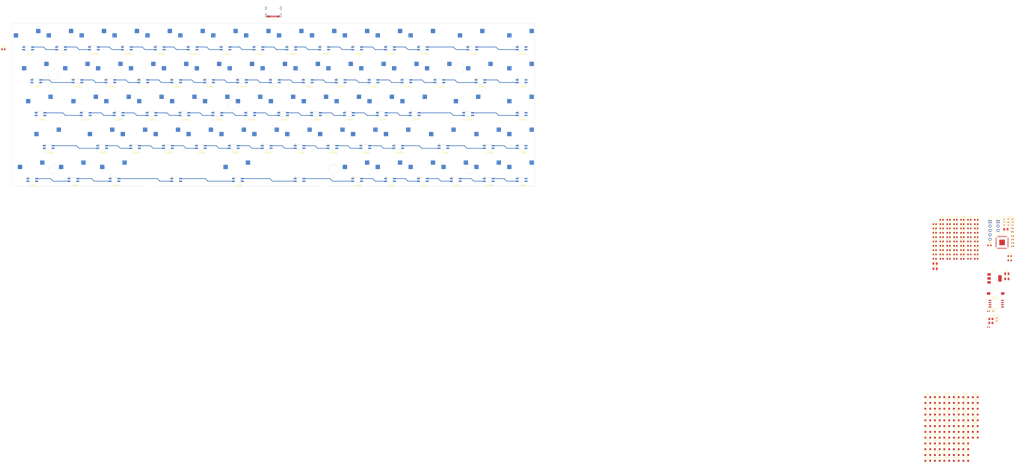
<source format=kicad_pcb>
(kicad_pcb (version 20221018) (generator pcbnew)
  (layers (0 "F.Cu" signal) (31 "B.Cu" signal) (34 "B.Paste" user) (35 "F.Paste" user) (36 "B.SilkS" user "B.Silkscreen") (37 "F.SilkS" user "F.Silkscreen") (38 "B.Mask" user) (39 "F.Mask" user) (44 "Edge.Cuts" user))
  (net 0 "")
  (net 1 "VBUS")
  (net 2 "GND")
  (net 3 "+3.3V")
  (net 4 "+1V1")
  (net 5 "XIN")
  (net 6 "Net-(C16-Pad2)")
  (net 7 "R0")
  (net 8 "Net-(D1-A)")
  (net 9 "Net-(D2-A)")
  (net 10 "R1")
  (net 11 "Net-(D3-A)")
  (net 12 "Net-(D4-A)")
  (net 13 "Net-(J1-CC1)")
  (net 14 "Net-(J1-CC2)")
  (net 15 "D+")
  (net 16 "D-")
  (net 17 "Net-(J2-Pin_1)")
  (net 18 "Net-(J2-Pin_3)")
  (net 19 "Net-(R3-Pad1)")
  (net 20 "QSPI_SS")
  (net 21 "XOUT")
  (net 22 "Net-(U2-USB_DM)")
  (net 23 "Net-(U2-USB_DP)")
  (net 50 "QSPI_SD3")
  (net 51 "QSPI_SCLK")
  (net 52 "QSPI_SD0")
  (net 53 "QSPI_SD2")
  (net 54 "QSPI_SD1")
  (net 55 "Net-(SW1-DOUT)")
  (net 56 "DIN")
  (net 57 "Net-(SW2-DOUT)")
  (net 58 "Net-(SW3-DOUT)")
  (net 59 "Net-(SW1-VDD)")
  (net 60 "C0")
  (net 61 "C1")
  (net 62 "Net-(Q1-S)")
  (net 63 "Net-(SW2-VDD)")
  (net 64 "Net-(SW3-VDD)")
  (net 65 "Net-(SW4-VDD)")
  (net 66 "Net-(SW5-VDD)")
  (net 67 "Net-(SW6-VDD)")
  (net 68 "Net-(SW7-VDD)")
  (net 69 "Net-(SW8-VDD)")
  (net 70 "Net-(SW9-VDD)")
  (net 71 "Net-(SW10-VDD)")
  (net 72 "Net-(SW11-VDD)")
  (net 73 "Net-(SW12-VDD)")
  (net 74 "Net-(SW13-VDD)")
  (net 75 "Net-(SW14-VDD)")
  (net 76 "Net-(SW15-VDD)")
  (net 77 "Net-(SW16-VDD)")
  (net 78 "Net-(SW17-VDD)")
  (net 79 "Net-(SW18-VDD)")
  (net 80 "Net-(SW19-VDD)")
  (net 81 "Net-(SW20-VDD)")
  (net 82 "Net-(SW21-VDD)")
  (net 83 "Net-(SW22-VDD)")
  (net 84 "Net-(SW23-VDD)")
  (net 85 "Net-(SW24-VDD)")
  (net 86 "Net-(SW25-VDD)")
  (net 87 "Net-(SW26-VDD)")
  (net 88 "Net-(SW27-VDD)")
  (net 89 "Net-(SW28-VDD)")
  (net 90 "Net-(SW29-VDD)")
  (net 91 "Net-(SW30-VDD)")
  (net 92 "Net-(SW31-VDD)")
  (net 93 "Net-(SW32-VDD)")
  (net 94 "Net-(SW33-VDD)")
  (net 95 "Net-(SW34-VDD)")
  (net 96 "Net-(SW35-VDD)")
  (net 97 "Net-(SW36-VDD)")
  (net 98 "Net-(SW37-VDD)")
  (net 99 "Net-(SW38-VDD)")
  (net 100 "Net-(SW39-VDD)")
  (net 101 "Net-(SW40-VDD)")
  (net 102 "Net-(SW41-VDD)")
  (net 103 "Net-(SW42-VDD)")
  (net 104 "Net-(SW43-VDD)")
  (net 105 "Net-(SW44-VDD)")
  (net 106 "Net-(SW45-VDD)")
  (net 107 "Net-(SW46-VDD)")
  (net 108 "Net-(SW47-VDD)")
  (net 109 "Net-(SW48-VDD)")
  (net 110 "Net-(SW49-VDD)")
  (net 111 "Net-(SW50-VDD)")
  (net 112 "Net-(SW51-VDD)")
  (net 113 "Net-(SW52-VDD)")
  (net 114 "Net-(SW53-VDD)")
  (net 115 "Net-(SW54-VDD)")
  (net 116 "Net-(SW55-VDD)")
  (net 117 "Net-(SW56-VDD)")
  (net 118 "Net-(SW57-VDD)")
  (net 119 "Net-(SW58-VDD)")
  (net 120 "Net-(SW59-VDD)")
  (net 121 "Net-(SW60-VDD)")
  (net 122 "Net-(SW61-VDD)")
  (net 123 "Net-(SW62-VDD)")
  (net 124 "Net-(SW63-VDD)")
  (net 125 "Net-(SW64-VDD)")
  (net 126 "Net-(SW65-VDD)")
  (net 127 "Net-(SW66-VDD)")
  (net 128 "Net-(SW67-VDD)")
  (net 129 "Net-(SW68-VDD)")
  (net 130 "Net-(U4-VDD)")
  (net 131 "Net-(U5-VDD)")
  (net 132 "Net-(D5-A)")
  (net 133 "Net-(D6-A)")
  (net 134 "Net-(D7-A)")
  (net 135 "Net-(D8-A)")
  (net 136 "Net-(D9-A)")
  (net 137 "Net-(D10-A)")
  (net 138 "Net-(D11-A)")
  (net 139 "Net-(D12-A)")
  (net 140 "Net-(D13-A)")
  (net 141 "Net-(D14-A)")
  (net 142 "Net-(D15-A)")
  (net 143 "Net-(D16-A)")
  (net 144 "Net-(D17-A)")
  (net 145 "Net-(D18-A)")
  (net 146 "Net-(D19-A)")
  (net 147 "Net-(D20-A)")
  (net 148 "Net-(D21-A)")
  (net 149 "Net-(D22-A)")
  (net 150 "Net-(D23-A)")
  (net 151 "Net-(D24-A)")
  (net 152 "Net-(D25-A)")
  (net 153 "Net-(D26-A)")
  (net 154 "Net-(D27-A)")
  (net 155 "Net-(D28-A)")
  (net 156 "Net-(D29-A)")
  (net 157 "Net-(D30-A)")
  (net 158 "R2")
  (net 159 "Net-(D31-A)")
  (net 160 "Net-(D32-A)")
  (net 161 "Net-(D33-A)")
  (net 162 "Net-(D34-A)")
  (net 163 "Net-(D35-A)")
  (net 164 "Net-(D36-A)")
  (net 165 "Net-(D37-A)")
  (net 166 "Net-(D38-A)")
  (net 167 "Net-(D39-A)")
  (net 168 "Net-(D40-A)")
  (net 169 "Net-(D41-A)")
  (net 170 "Net-(D42-A)")
  (net 171 "Net-(D43-A)")
  (net 172 "Net-(D44-A)")
  (net 173 "R3")
  (net 174 "Net-(D45-A)")
  (net 175 "Net-(D46-A)")
  (net 176 "Net-(D47-A)")
  (net 177 "Net-(D48-A)")
  (net 178 "Net-(D49-A)")
  (net 179 "Net-(D50-A)")
  (net 180 "Net-(D51-A)")
  (net 181 "Net-(D52-A)")
  (net 182 "Net-(D53-A)")
  (net 183 "Net-(D54-A)")
  (net 184 "Net-(D55-A)")
  (net 185 "Net-(D56-A)")
  (net 186 "Net-(D57-A)")
  (net 187 "Net-(D58-A)")
  (net 188 "R4")
  (net 189 "Net-(D59-A)")
  (net 190 "Net-(D60-A)")
  (net 191 "Net-(D61-A)")
  (net 192 "Net-(D62-A)")
  (net 193 "Net-(D63-A)")
  (net 194 "Net-(D64-A)")
  (net 195 "Net-(D65-A)")
  (net 196 "Net-(D66-A)")
  (net 197 "Net-(D67-A)")
  (net 198 "Net-(D68-A)")
  (net 199 "SW1")
  (net 200 "SW2")
  (net 201 "A")
  (net 202 "B")
  (net 204 "C2")
  (net 205 "Net-(SW4-DOUT)")
  (net 206 "C3")
  (net 207 "Net-(SW5-DOUT)")
  (net 208 "C4")
  (net 209 "Net-(SW6-DOUT)")
  (net 210 "C5")
  (net 211 "Net-(SW7-DOUT)")
  (net 212 "C6")
  (net 213 "Net-(SW8-DOUT)")
  (net 214 "C7")
  (net 215 "Net-(SW10-DIN)")
  (net 216 "C8")
  (net 217 "Net-(SW10-DOUT)")
  (net 218 "C9")
  (net 219 "Net-(SW11-DOUT)")
  (net 220 "C10")
  (net 221 "Net-(SW12-DOUT)")
  (net 222 "C11")
  (net 223 "Net-(SW13-DOUT)")
  (net 224 "C12")
  (net 225 "Net-(SW14-DOUT)")
  (net 226 "Net-(SW15-DOUT)")
  (net 227 "C14")
  (net 228 "Net-(SW16-DOUT)")
  (net 229 "Net-(SW17-DOUT)")
  (net 230 "Net-(SW18-DOUT)")
  (net 231 "Net-(SW19-DOUT)")
  (net 232 "Net-(SW20-DOUT)")
  (net 233 "Net-(SW21-DOUT)")
  (net 234 "Net-(SW22-DOUT)")
  (net 235 "Net-(SW23-DOUT)")
  (net 236 "Net-(SW24-DOUT)")
  (net 237 "Net-(SW25-DOUT)")
  (net 238 "Net-(SW26-DOUT)")
  (net 239 "Net-(SW27-DOUT)")
  (net 240 "Net-(SW28-DOUT)")
  (net 241 "Net-(SW29-DOUT)")
  (net 242 "Net-(SW30-DOUT)")
  (net 243 "Net-(SW31-DOUT)")
  (net 244 "Net-(SW32-DOUT)")
  (net 245 "Net-(SW33-DOUT)")
  (net 246 "Net-(SW34-DOUT)")
  (net 247 "Net-(SW35-DOUT)")
  (net 248 "Net-(SW36-DOUT)")
  (net 249 "Net-(SW37-DOUT)")
  (net 250 "Net-(SW38-DOUT)")
  (net 251 "Net-(SW39-DOUT)")
  (net 252 "Net-(SW40-DOUT)")
  (net 253 "Net-(SW41-DOUT)")
  (net 254 "Net-(SW42-DOUT)")
  (net 255 "Net-(SW43-DOUT)")
  (net 256 "Net-(SW44-DOUT)")
  (net 257 "C13")
  (net 258 "Net-(SW45-DOUT)")
  (net 259 "Net-(SW46-DOUT)")
  (net 260 "Net-(SW47-DOUT)")
  (net 261 "Net-(SW48-DOUT)")
  (net 262 "Net-(SW49-DOUT)")
  (net 263 "Net-(SW50-DOUT)")
  (net 264 "Net-(SW51-DOUT)")
  (net 265 "Net-(SW52-DOUT)")
  (net 266 "Net-(SW53-DOUT)")
  (net 267 "Net-(SW54-DOUT)")
  (net 268 "Net-(SW55-DOUT)")
  (net 269 "Net-(SW56-DOUT)")
  (net 270 "Net-(SW57-DOUT)")
  (net 271 "Net-(SW58-DOUT)")
  (net 272 "Net-(SW59-DOUT)")
  (net 273 "Net-(SW60-DOUT)")
  (net 274 "Net-(SW61-DOUT)")
  (net 275 "Net-(SW62-DOUT)")
  (net 276 "Net-(SW62-DIN)")
  (net 277 "Net-(SW63-DOUT)")
  (net 278 "Net-(SW63-DIN)")
  (net 279 "Net-(SW64-DOUT)")
  (net 280 "Net-(SW65-DOUT)")
  (net 281 "Net-(SW66-DOUT)")
  (net 282 "Net-(SW67-DOUT)")
  (footprint "Diode_SMD:D_SOD-123F" (layer "F.Cu") (at 520.745 124.225)
    (fp_text reference "D57")
    (fp_text value "D")
  )
  (footprint "ND68:ND68-1U-HS-ARGB" (layer "F.Cu") (at 87.3125 -71.4375)
    (fp_text reference "SW36")
    (fp_text value "~")
    (fp_line (start -1.7 3.45) (end -1.7 6.45) (stroke (width 0.12)) (layer "Edge.Cuts"))
    (fp_line (start -1.7 6.45) (end 1.7 6.45) (stroke (width 0.12)) (layer "Edge.Cuts"))
    (fp_line (start 1.7 3.45) (end -1.7 3.45) (stroke (width 0.12)) (layer "Edge.Cuts"))
    (fp_line (start 1.7 6.45) (end 1.7 3.45) (stroke (width 0.12)) (layer "Edge.Cuts"))
  )
  (footprint "Diode_SMD:D_SOD-123F" (layer "F.Cu") (at 520.745 97.425)
    (fp_text reference "D49")
    (fp_text value "D")
  )
  (footprint "Capacitor_SMD:C_0603_1608Metric" (layer "F.Cu") (at 518.8 2.245)
    (fp_text reference "C61")
    (fp_text value "100n")
  )
  (footprint "ND68:ND68-1U-HS-ARGB" (layer "F.Cu") (at 111.125 -109.5375)
    (fp_text reference "SW8")
    (fp_text value "~")
    (fp_line (start -1.7 3.45) (end -1.7 6.45) (stroke (width 0.12)) (layer "Edge.Cuts"))
    (fp_line (start -1.7 6.45) (end 1.7 6.45) (stroke (width 0.12)) (layer "Edge.Cuts"))
    (fp_line (start 1.7 3.45) (end -1.7 3.45) (stroke (width 0.12)) (layer "Edge.Cuts"))
    (fp_line (start 1.7 6.45) (end 1.7 3.45) (stroke (width 0.12)) (layer "Edge.Cuts"))
  )
  (footprint "Diode_SMD:D_SOD-123F" (layer "F.Cu") (at 509.755 104.125)
    (fp_text reference "D27")
    (fp_text value "D")
  )
  (footprint "ND68:ND68-2U-HS-ARGB" (layer "F.Cu") (at 234.95 -109.5375)
    (fp_text reference "SW14")
    (fp_text value "~" hide)
    (fp_line (start -1.7 3.45) (end -1.7 6.45) (stroke (width 0.12)) (layer "Edge.Cuts"))
    (fp_line (start -1.7 6.45) (end 1.7 6.45) (stroke (width 0.12)) (layer "Edge.Cuts"))
    (fp_line (start 1.7 3.45) (end -1.7 3.45) (stroke (width 0.12)) (layer "Edge.Cuts"))
    (fp_line (start 1.7 6.45) (end 1.7 3.45) (stroke (width 0.12)) (layer "Edge.Cuts"))
  )
  (footprint "ND68:ND68-1U-HS-ARGB" (layer "F.Cu") (at 96.8375 -52.3875)
    (fp_text reference "SW50")
    (fp_text value "~")
    (fp_line (start -1.7 3.45) (end -1.7 6.45) (stroke (width 0.12)) (layer "Edge.Cuts"))
    (fp_line (start -1.7 6.45) (end 1.7 6.45) (stroke (width 0.12)) (layer "Edge.Cuts"))
    (fp_line (start 1.7 3.45) (end -1.7 3.45) (stroke (width 0.12)) (layer "Edge.Cuts"))
    (fp_line (start 1.7 6.45) (end 1.7 3.45) (stroke (width 0.12)) (layer "Edge.Cuts"))
  )
  (footprint "Diode_SMD:D_SOD-123F" (layer "F.Cu") (at 520.745 110.825)
    (fp_text reference "D53")
    (fp_text value "D")
  )
  (footprint "ND68:ND68-1U-HS-ARGB" (layer "F.Cu") (at 163.5125 -71.4375)
    (fp_text reference "SW40")
    (fp_text value "~")
    (fp_line (start -1.7 3.45) (end -1.7 6.45) (stroke (width 0.12)) (layer "Edge.Cuts"))
    (fp_line (start -1.7 6.45) (end 1.7 6.45) (stroke (width 0.12)) (layer "Edge.Cuts"))
    (fp_line (start 1.7 3.45) (end -1.7 3.45) (stroke (width 0.12)) (layer "Edge.Cuts"))
    (fp_line (start 1.7 6.45) (end 1.7 3.45) (stroke (width 0.12)) (layer "Edge.Cuts"))
  )
  (footprint "ND68:ND68-1U-HS-ARGB" (layer "F.Cu") (at -22.20003 -109.5125)
    (fp_text reference "SW1")
    (fp_text value "~")
    (fp_line (start -1.7 3.45) (end -1.7 6.45) (stroke (width 0.12)) (layer "Edge.Cuts"))
    (fp_line (start -1.7 6.45) (end 1.7 6.45) (stroke (width 0.12)) (layer "Edge.Cuts"))
    (fp_line (start 1.7 3.45) (end -1.7 3.45) (stroke (width 0.12)) (layer "Edge.Cuts"))
    (fp_line (start 1.7 6.45) (end 1.7 3.45) (stroke (width 0.12)) (layer "Edge.Cuts"))
  )
  (footprint "Capacitor_SMD:C_0603_1608Metric" (layer "F.Cu") (at 514.79 14.795)
    (fp_text reference "C56")
    (fp_text value "100n")
  )
  (footprint "Capacitor_SMD:C_0603_1608Metric" (layer "F.Cu") (at 506.77 -0.265)
    (fp_text reference "C30")
    (fp_text value "100n")
  )
  (footprint "ND68:ND68-1U-HS-ARGB" (layer "F.Cu") (at 120.65 -90.4875)
    (fp_text reference "SW23")
    (fp_text value "~")
    (fp_line (start -1.7 3.45) (end -1.7 6.45) (stroke (width 0.12)) (layer "Edge.Cuts"))
    (fp_line (start -1.7 6.45) (end 1.7 6.45) (stroke (width 0.12)) (layer "Edge.Cuts"))
    (fp_line (start 1.7 3.45) (end -1.7 3.45) (stroke (width 0.12)) (layer "Edge.Cuts"))
    (fp_line (start 1.7 6.45) (end 1.7 3.45) (stroke (width 0.12)) (layer "Edge.Cuts"))
  )
  (footprint "Capacitor_SMD:C_0603_1608Metric" (layer "F.Cu") (at 518.8 -5.285)
    (fp_text reference "C58")
    (fp_text value "100n")
  )
  (footprint "Capacitor_SMD:C_0603_1608Metric" (layer "F.Cu") (at 522.81 7.265)
    (fp_text reference "C73")
    (fp_text value "100n")
  )
  (footprint "Capacitor_SMD:C_0603_1608Metric" (layer "F.Cu") (at 506.77 2.245)
    (fp_text reference "C31")
    (fp_text value "100n")
  )
  (footprint "ND68:ND68-1U-ARGB_LED_ONLY" (layer "F.Cu") (at 63.5 -33.3375)
    (fp_text reference "U4")
    (fp_text value "~" hide)
    (fp_line (start -1.7 3.45) (end -1.7 6.45) (stroke (width 0.12)) (layer "Edge.Cuts"))
    (fp_line (start -1.7 6.45) (end 1.7 6.45) (stroke (width 0.12)) (layer "Edge.Cuts"))
    (fp_line (start 1.7 3.45) (end -1.7 3.45) (stroke (width 0.12)) (layer "Edge.Cuts"))
    (fp_line (start 1.7 6.45) (end 1.7 3.45) (stroke (width 0.12)) (layer "Edge.Cuts"))
  )
  (footprint "Capacitor_SMD:C_0603_1608Metric" (layer "F.Cu") (at 526.82 2.245)
    (fp_text reference "C81")
    (fp_text value "100n")
  )
  (footprint "Diode_SMD:D_SOD-123F" (layer "F.Cu") (at 504.26 130.925)
    (fp_text reference "D23")
    (fp_text value "D")
  )
  (footprint "ND68:ND68-1U-HS-ARGB" (layer "F.Cu") (at 144.4625 -71.4375)
    (fp_text reference "SW39")
    (fp_text value "~")
    (fp_line (start -1.7 3.45) (end -1.7 6.45) (stroke (width 0.12)) (layer "Edge.Cuts"))
    (fp_line (start -1.7 6.45) (end 1.7 6.45) (stroke (width 0.12)) (layer "Edge.Cuts"))
    (fp_line (start 1.7 3.45) (end -1.7 3.45) (stroke (width 0.12)) (layer "Edge.Cuts"))
    (fp_line (start 1.7 6.45) (end 1.7 3.45) (stroke (width 0.12)) (layer "Edge.Cuts"))
  )
  (footprint "Diode_SMD:D_SOD-123F" (layer "F.Cu") (at 520.745 100.775)
    (fp_text reference "D50")
    (fp_text value "D")
  )
  (footprint "Diode_SMD:D_SOD-123F" (layer "F.Cu") (at 504.26 127.575)
    (fp_text reference "D22")
    (fp_text value "D")
  )
  (footprint "Diode_SMD:D_SOD-123F" (layer "F.Cu") (at 498.765 97.425)
    (fp_text reference "D1")
    (fp_text value "D")
  )
  (footprint "ND68:ND68-1U-HS-ARGB" (layer "F.Cu") (at 244.475 -52.3875)
    (fp_text reference "SW57")
    (fp_text value "~")
    (fp_line (start -1.7 3.45) (end -1.7 6.45) (stroke (width 0.12)) (layer "Edge.Cuts"))
    (fp_line (start -1.7 6.45) (end 1.7 6.45) (stroke (width 0.12)) (layer "Edge.Cuts"))
    (fp_line (start 1.7 3.45) (end -1.7 3.45) (stroke (width 0.12)) (layer "Edge.Cuts"))
    (fp_line (start 1.7 6.45) (end 1.7 3.45) (stroke (width 0.12)) (layer "Edge.Cuts"))
  )
  (footprint "Capacitor_SMD:C_0603_1608Metric" (layer "F.Cu") (at 518.8 17.305)
    (fp_text reference "C67")
    (fp_text value "100n")
  )
  (footprint "Diode_SMD:D_SOD-123F" (layer "F.Cu") (at 498.765 110.825)
    (fp_text reference "D5")
    (fp_text value "D")
  )
  (footprint "Capacitor_SMD:C_0603_1608Metric" (layer "F.Cu") (at 514.79 9.775)
    (fp_text reference "C54")
    (fp_text value "100n")
  )
  (footprint "Capacitor_SMD:C_0603_1608Metric" (layer "F.Cu") (at 514.79 4.755)
    (fp_text reference "C52")
    (fp_text value "100n")
  )
  (footprint "Capacitor_SMD:C_0603_1608Metric" (layer "F.Cu") (at -36.5125 -103.98125)
    (fp_text reference "C18")
    (fp_text value "100n")
  )
  (footprint "Capacitor_SMD:C_0603_1608Metric" (layer "F.Cu") (at 526.82 9.775)
    (fp_text reference "C84")
    (fp_text value "100n")
  )
  (footprint "Diode_SMD:D_SOD-123F" (layer "F.Cu") (at 515.25 127.575)
    (fp_text reference "D46")
    (fp_text value "D")
  )
  (footprint "ND68:ND68-1U-HS-ARGB" (layer "F.Cu") (at 58.7375 -52.3875)
    (fp_text reference "SW48")
    (fp_text value "~")
    (fp_line (start -1.7 3.45) (end -1.7 6.45) (stroke (width 0.12)) (layer "Edge.Cuts"))
    (fp_line (start -1.7 6.45) (end 1.7 6.45) (stroke (width 0.12)) (layer "Edge.Cuts"))
    (fp_line (start 1.7 3.45) (end -1.7 3.45) (stroke (width 0.12)) (layer "Edge.Cuts"))
    (fp_line (start 1.7 6.45) (end 1.7 3.45) (stroke (width 0.12)) (layer "Edge.Cuts"))
  )
  (footprint "ND68:ND68-1.75U-HS-ARGB" (layer "F.Cu") (at -15.08125 -71.4375)
    (fp_text reference "SW31")
    (fp_text value "~" hide)
    (fp_line (start -1.7 3.45) (end -1.7 6.45) (stroke (width 0.12)) (layer "Edge.Cuts"))
    (fp_line (start -1.7 6.45) (end 1.7 6.45) (stroke (width 0.12)) (layer "Edge.Cuts"))
    (fp_line (start 1.7 3.45) (end -1.7 3.45) (stroke (width 0.12)) (layer "Edge.Cuts"))
    (fp_line (start 1.7 6.45) (end 1.7 3.45) (stroke (width 0.12)) (layer "Edge.Cuts"))
  )
  (footprint "Capacitor_SMD:C_0402_1005Metric" (layer "F.Cu") (at 547.66 1.665)
    (fp_text reference "C6")
    (fp_text value "1u")
  )
  (footprint "Diode_SMD:D_SOD-123F" (layer "F.Cu") (at 504.26 107.475)
    (fp_text reference "D16")
    (fp_text value "D")
  )
  (footprint "ND68:ND68-1U-HS-ARGB" (layer "F.Cu") (at 196.85 -90.4875)
    (fp_text reference "SW27")
    (fp_text value "~")
    (fp_line (start -1.7 3.45) (end -1.7 6.45) (stroke (width 0.12)) (layer "Edge.Cuts"))
    (fp_line (start -1.7 6.45) (end 1.7 6.45) (stroke (width 0.12)) (layer "Edge.Cuts"))
    (fp_line (start 1.7 3.45) (end -1.7 3.45) (stroke (width 0.12)) (layer "Edge.Cuts"))
    (fp_line (start 1.7 6.45) (end 1.7 3.45) (stroke (width 0.12)) (layer "Edge.Cuts"))
  )
  (footprint "Capacitor_SMD:C_0603_1608Metric" (layer "F.Cu") (at 526.82 -0.265)
    (fp_text reference "C80")
    (fp_text value "100n")
  )
  (footprint "Diode_SMD:D_SOD-123F" (layer "F.Cu") (at 520.745 127.575)
    (fp_text reference "D58")
    (fp_text value "D")
  )
  (footprint "ND68:ND68-1U-HS-ARGB" (layer "F.Cu") (at 34.925 -109.5375)
    (fp_text reference "SW4")
    (fp_text value "~")
    (fp_line (start -1.7 3.45) (end -1.7 6.45) (stroke (width 0.12)) (layer "Edge.Cuts"))
    (fp_line (start -1.7 6.45) (end 1.7 6.45) (stroke (width 0.12)) (layer "Edge.Cuts"))
    (fp_line (start 1.7 3.45) (end -1.7 3.45) (stroke (width 0.12)) (layer "Edge.Cuts"))
    (fp_line (start 1.7 6.45) (end 1.7 3.45) (stroke (width 0.12)) (layer "Edge.Cuts"))
  )
  (footprint "Diode_SMD:D_SOD-123F" (layer "F.Cu") (at 515.25 117.525)
    (fp_text reference "D43")
    (fp_text value "D")
  )
  (footprint "Diode_SMD:D_SOD-123F" (layer "F.Cu") (at 509.755 97.425)
    (fp_text reference "D25")
    (fp_text value "D")
  )
  (footprint "Capacitor_SMD:C_0603_1608Metric" (layer "F.Cu") (at 518.8 14.795)
    (fp_text reference "C66")
    (fp_text value "100n")
  )
  (footprint "Diode_SMD:D_SOD-123F" (layer "F.Cu") (at 526.24 97.425)
    (fp_text reference "D61")
    (fp_text value "D")
  )
  (footprint "Capacitor_SMD:C_0603_1608Metric" (layer "F.Cu") (at 510.78 -0.265)
    (fp_text reference "C40")
    (fp_text value "100n")
  )
  (footprint "Diode_SMD:D_SOD-123F" (layer "F.Cu") (at 498.765 127.575)
    (fp_text reference "D10")
    (fp_text value "D")
  )
  (footprint "Capacitor_SMD:C_0603_1608Metric" (layer "F.Cu") (at 522.81 -2.775)
    (fp_text reference "C69")
    (fp_text value "100n")
  )
  (footprint "Package_DFN_QFN:QFN-56-1EP_7x7mm_P0.4mm_EP3.2x3.2mm" (layer "F.Cu") (at 541.78 7.815)
    (fp_text reference "U2")
    (fp_text value "RP2040")
  )
  (footprint "Capacitor_SMD:C_0603_1608Metric" (layer "F.Cu") (at 506.77 9.775)
    (fp_text reference "C34")
    (fp_text value "100n")
  )
  (footprint "ND68:ND68-1U-HS-ARGB" (layer "F.Cu") (at 173.0375 -52.3875)
    (fp_text reference "SW54")
    (fp_text value "~")
    (fp_line (start -1.7 3.45) (end -1.7 6.45) (stroke (width 0.12)) (layer "Edge.Cuts"))
    (fp_line (start -1.7 6.45) (end 1.7 6.45) (stroke (width 0.12)) (layer "Edge.Cuts"))
    (fp_line (start 1.7 3.45) (end -1.7 3.45) (stroke (width 0.12)) (layer "Edge.Cuts"))
    (fp_line (start 1.7 6.45) (end 1.7 3.45) (stroke (width 0.12)) (layer "Edge.Cuts"))
  )
  (footprint "Capacitor_SMD:C_0201_0603Metric" (layer "F.Cu") (at 536.61 47.585)
    (fp_text reference "C14")
    (fp_text value "100n")
  )
  (footprint "ND68:ND68-1U-HS-ARGB" (layer "F.Cu") (at 187.325 -109.5375)
    (fp_text reference "SW12")
    (fp_text value "~")
    (fp_line (start -1.7 3.45) (end -1.7 6.45) (stroke (width 0.12)) (layer "Edge.Cuts"))
    (fp_line (start -1.7 6.45) (end 1.7 6.45) (stroke (width 0.12)) (layer "Edge.Cuts"))
    (fp_line (start 1.7 3.45) (end -1.7 3.45) (stroke (width 0.12)) (layer "Edge.Cuts"))
    (fp_line (start 1.7 6.45) (end 1.7 3.45) (stroke (width 0.12)) (layer "Edge.Cuts"))
  )
  (footprint "Diode_SMD:D_SOD-123F" (layer "F.Cu") (at 515.25 97.425)
    (fp_text reference "D37")
    (fp_text value "D")
  )
  (footprint "Capacitor_SMD:C_0805_2012Metric" (layer "F.Cu") (at 544 0.215)
    (fp_text reference "C17")
    (fp_text value "10u")
  )
  (footprint "Capacitor_SMD:C_0603_1608Metric" (layer "F.Cu") (at 510.78 17.305)
    (fp_text reference "C47")
    (fp_text value "100n")
  )
  (footprint "ND68:ND68-1U-HS-ARGB" (layer "F.Cu") (at 192.0875 -52.3875)
    (fp_text reference "SW55")
    (fp_text value "~")
    (fp_line (start -1.7 3.45) (end -1.7 6.45) (stroke (width 0.12)) (layer "Edge.Cuts"))
    (fp_line (start -1.7 6.45) (end 1.7 6.45) (stroke (width 0.12)) (layer "Edge.Cuts"))
    (fp_line (start 1.7 3.45) (end -1.7 3.45) (stroke (width 0.12)) (layer "Edge.Cuts"))
    (fp_line (start 1.7 6.45) (end 1.7 3.45) (stroke (width 0.12)) (layer "Edge.Cuts"))
  )
  (footprint "ND68:ND68-1U-HS-ARGB" (layer "F.Cu") (at 130.175 -109.5375)
    (fp_text reference "SW9")
    (fp_text value "~")
    (fp_line (start -1.7 3.45) (end -1.7 6.45) (stroke (width 0.12)) (layer "Edge.Cuts"))
    (fp_line (start -1.7 6.45) (end 1.7 6.45) (stroke (width 0.12)) (layer "Edge.Cuts"))
    (fp_line (start 1.7 3.45) (end -1.7 3.45) (stroke (width 0.12)) (layer "Edge.Cuts"))
    (fp_line (start 1.7 6.45) (end 1.7 3.45) (stroke (width 0.12)) (layer "Edge.Cuts"))
  )
  (footprint "Capacitor_SMD:C_0603_1608Metric" (layer "F.Cu") (at 522.81 9.775)
    (fp_text reference "C74")
    (fp_text value "100n")
  )
  (footprint "Capacitor_SMD:C_0603_1608Metric" (layer "F.Cu") (at 522.81 2.245)
    (fp_text reference "C71")
    (fp_text value "100n")
  )
  (footprint "Capacitor_SMD:C_0603_1608Metric" (layer "F.Cu") (at 526.82 7.265)
    (fp_text reference "C83")
    (fp_text value "100n")
  )
  (footprint "Capacitor_SMD:C_0201_0603Metric" (layer "F.Cu") (at 543 -2.165)
    (fp_text reference "C7")
    (fp_text value "100n")
  )
  (footprint "ND68:ND68-1U-HS-ARGB" (layer "F.Cu") (at 125.4125 -71.4375)
    (fp_text reference "SW38")
    (fp_text value "~")
    (fp_line (start -1.7 3.45) (end -1.7 6.45) (stroke (width 0.12)) (layer "Edge.Cuts"))
    (fp_line (start -1.7 6.45) (end 1.7 6.45) (stroke (width 0.12)) (layer "Edge.Cuts"))
    (fp_line (start 1.7 3.45) (end -1.7 3.45) (stroke (width 0.12)) (layer "Edge.Cuts"))
    (fp_line (start 1.7 6.45) (end 1.7 3.45) (stroke (width 0.12)) (layer "Edge.Cuts"))
  )
  (footprint "ND68:ND68-1U-HS-ARGB" (layer "F.Cu") (at 153.9875 -52.3875)
    (fp_text reference "SW53")
    (fp_text value "~")
    (fp_line (start -1.7 3.45) (end -1.7 6.45) (stroke (width 0.12)) (layer "Edge.Cuts"))
    (fp_line (start -1.7 6.45) (end 1.7 6.45) (stroke (width 0.12)) (layer "Edge.Cuts"))
    (fp_line (start 1.7 3.45) (end -1.7 3.45) (stroke (width 0.12)) (layer "Edge.Cuts"))
    (fp_line (start 1.7 6.45) (end 1.7 3.45) (stroke (width 0.12)) (layer "Edge.Cuts"))
  )
  (footprint "Diode_SMD:D_SOD-123F" (layer "F.Cu") (at 526.24 120.875)
    (fp_text reference "D68")
    (fp_text value "D")
  )
  (footprint "Resistor_SMD:R_0402_1005Metric" (layer "F.Cu") (at 547.89 8.135)
    (fp_text reference "R7")
    (fp_text value "10k")
  )
  (footprint "Capacitor_SMD:C_0603_1608Metric" (layer "F.Cu") (at 518.8 4.755)
    (fp_text reference "C62")
    (fp_text value "100n")
  )
  (footprint "Capacitor_SMD:C_0805_2012Metric" (layer "F.Cu") (at 502.98 23.075)
    (fp_text reference "C89")
    (fp_text value "10u")
  )
  (footprint "Diode_SMD:D_SOD-123F" (layer "F.Cu") (at 520.745 130.925)
    (fp_text reference "D59")
    (fp_text value "D")
  )
  (footprint "ND68:ND68-1U-HS-ARGB" (layer "F.Cu") (at 11.1125 -71.4375)
    (fp_text reference "SW32")
    (fp_text value "~")
    (fp_line (start -1.7 3.45) (end -1.7 6.45) (stroke (width 0.12)) (layer "Edge.Cuts"))
    (fp_line (start -1.7 6.45) (end 1.7 6.45) (stroke (width 0.12)) (layer "Edge.Cuts"))
    (fp_line (start 1.7 3.45) (end -1.7 3.45) (stroke (width 0.12)) (layer "Edge.Cuts"))
    (fp_line (start 1.7 6.45) (end 1.7 3.45) (stroke (width 0.12)) (layer "Edge.Cuts"))
  )
  (footprint "Capacitor_SMD:C_0603_1608Metric" (layer "F.Cu") (at 510.78 4.755)
    (fp_text reference "C42")
    (fp_text value "100n")
  )
  (footprint "Capacitor_SMD:C_0603_1608Metric" (layer "F.Cu") (at 526.82 17.305)
    (fp_text reference "C87")
    (fp_text value "100n")
  )
  (footprint "Capacitor_SMD:C_0603_1608Metric" (layer "F.Cu") (at 506.77 12.285)
    (fp_text reference "C35")
    (fp_text value "100n")
  )
  (footprint "Capacitor_SMD:C_0603_1608Metric" (layer "F.Cu") (at 522.81 4.755)
    (fp_text reference "C72")
    (fp_text value "100n")
  )
  (footprint "Diode_SMD:D_SOD-123F" (layer "F.Cu") (at 526.24 114.175)
    (fp_text reference "D66")
    (fp_text value "D")
  )
  (footprint "ND68:ND68-1U-HS-ARGB" (layer "F.Cu") (at 225.425 -33.3375)
    (fp_text reference "SW66")
    (fp_text value "~")
    (fp_line (start -1.7 3.45) (end -1.7 6.45) (stroke (width 0.12)) (layer "Edge.Cuts"))
    (fp_line (start -1.7 6.45) (end 1.7 6.45) (stroke (width 0.12)) (layer "Edge.Cuts"))
    (fp_line (start 1.7 3.45) (end -1.7 3.45) (stroke (width 0.12)) (layer "Edge.Cuts"))
    (fp_line (start 1.7 6.45) (end 1.7 3.45) (stroke (width 0.12)) (layer "Edge.Cuts"))
  )
  (footprint "Resistor_SMD:R_0402_1005Metric" (layer "F.Cu") (at 547.89 4.155)
    (fp_text reference "R5")
    (fp_text value "27.4")
  )
  (footprint "Diode_SMD:D_SOD-123F" (layer "F.Cu") (at 515.25 104.125)
    (fp_text reference "D39")
    (fp_text value "D")
  )
  (footprint "Capacitor_SMD:C_0603_1608Metric" (layer "F.Cu") (at 510.78 2.245)
    (fp_text reference "C41")
    (fp_text value "100n")
  )
  (footprint "Diode_SMD:D_SOD-123F" (layer "F.Cu") (at 526.24 100.775)
    (fp_text reference "D62")
    (fp_text value "D")
  )
  (footprint "ND68:ND68-1U-HS-ARGB" (layer "F.Cu") (at 101.6 -90.4875)
    (fp_text reference "SW22")
    (fp_text value "~")
    (fp_line (start -1.7 3.45) (end -1.7 6.45) (stroke (width 0.12)) (layer "Edge.Cuts"))
    (fp_line (start -1.7 6.45) (end 1.7 6.45) (stroke (width 0.12)) (layer "Edge.Cuts"))
    (fp_line (start 1.7 3.45) (end -1.7 3.45) (stroke (width 0.12)) (layer "Edge.Cuts"))
    (fp_line (start 1.7 6.45) (end 1.7 3.45) (stroke (width 0.12)) (layer "Edge.Cuts"))
  )
  (footprint "Diode_SMD:D_SOD-123F" (layer "F.Cu") (at 509.755 127.575)
    (fp_text reference "D34")
    (fp_text value "D")
  )
  (footprint "Diode_SMD:D_SOD-123F" (layer "F.Cu") (at 498.765 107.475)
    (fp_text reference "D4")
    (fp_text value "D")
  )
  (footprint "Diode_SMD:D_SOD-123F" (layer "F.Cu") (at 520.745 120.875)
    (fp_text reference "D56")
    (fp_text value "D")
  )
  (footprint "Resistor_SMD:R_0402_1005Metric" (layer "F.Cu") (at 533.93 47.705)
    (fp_text reference "R3")
    (fp_text value "1k")
  )
  (footprint "Diode_SMD:D_SOD-123F" (layer "F.Cu") (at 520.745 104.125)
    (fp_text reference "D51")
    (fp_text value "D")
  )
  (footprint "Capacitor_SMD:C_0603_1608Metric" (layer "F.Cu") (at 506.77 7.265)
    (fp_text reference "C33")
    (fp_text value "100n")
  )
  (footprint "ND68:ND68-1.5U-HS-ARGB" (layer "F.Cu") (at 239.7125 -90.4875)
    (fp_text reference "SW29")
    (fp_text value "~" hide)
    (fp_line (start -1.7 3.45) (end -1.7 6.45) (stroke (width 0.12)) (layer "Edge.Cuts"))
    (fp_line (start -1.7 6.45) (end 1.7 6.45) (stroke (width 0.12)) (layer "Edge.Cuts"))
    (fp_line (start 1.7 3.45) (end -1.7 3.45) (stroke (width 0.12)) (layer "Edge.Cuts"))
    (fp_line (start 1.7 6.45) (end 1.7 3.45) (stroke (width 0.12)) (layer "Edge.Cuts"))
  )
  (footprint "Capacitor_SMD:C_0603_1608Metric" (layer "F.Cu") (at 506.77 17.305)
    (fp_text reference "C37")
    (fp_text value "100n")
  )
  (footprint "Capacitor_SMD:C_0603_1608Metric" (layer "F.Cu") (at 522.81 -0.265)
    (fp_text reference "C70")
    (fp_text value "100n")
  )
  (footprint "Capacitor_SMD:C_0603_1608Metric" (layer "F.Cu") (at 526.82 -5.285)
    (fp_text reference "C78")
    (fp_text value "100n")
  )
  (footprint "Capacitor_SMD:C_0603_1608Metric" (layer "F.Cu") (at 518.8 -0.265)
    (fp_text reference "C60")
    (fp_text value "100n")
  )
  (footprint "ND68:ND68-1U-HS-ARGB" (layer "F.Cu") (at 106.3625 -71.4375)
    (fp_text reference "SW37")
    (fp_text value "~")
    (fp_line (start -1.7 3.45) (end -1.7 6.45) (stroke (width 0.12)) (layer "Edge.Cuts"))
    (fp_line (start -1.7 6.45) (end 1.7 6.45) (stroke (width 0.12)) (layer "Edge.Cuts"))
    (fp_line (start 1.7 3.45) (end -1.7 3.45) (stroke (width 0.12)) (layer "Edge.Cuts"))
    (fp_line (start 1.7 6.45) (end 1.7 3.45) (stroke (width 0.12)) (layer "Edge.Cuts"))
  )
  (footprint "Capacitor_SMD:C_0201_0603Metric" (layer "F.Cu") (at 547.9 -5.665)
    (fp_text reference "C11")
    (fp_text value "100n")
  )
  (footprint "Resistor_SMD:R_0402_1005Metric" (layer "F.Cu") (at 547.89 10.125)
    (fp_text reference "R8")
    (fp_text value "10k")
  )
  (footprint "Capacitor_SMD:C_0603_1608Metric" (layer "F.Cu") (at 514.79 -2.775)
    (fp_text reference "C49")
    (fp_text value "100n")
  )
  (footprint "ND68:ND68-1U-HS-ARGB" (layer "F.Cu") (at 49.2125 -71.4375)
    (fp_text reference "SW34")
    (fp_text value "~")
    (fp_line (start -1.7 3.45) (end -1.7 6.45) (stroke (width 0.12)) (layer "Edge.Cuts"))
    (fp_line (start -1.7 6.45) (end 1.7 6.45) (stroke (width 0.12)) (layer "Edge.Cuts"))
    (fp_line (start 1.7 3.45) (end -1.7 3.45) (stroke (width 0.12)) (layer "Edge.Cuts"))
    (fp_line (start 1.7 6.45) (end 1.7 3.45) (stroke (width 0.12)) (layer "Edge.Cuts"))
  )
  (footprint "Capacitor_SMD:C_0805_2012Metric" (layer "F.Cu") (at 544.55 28.975)
    (fp_text reference "C2")
    (fp_text value "10u")
  )
  (footprint "Capacitor_SMD:C_0603_1608Metric" (layer "F.Cu") (at 506.77 4.755)
    (fp_text reference "C32")
    (fp_text value "100n")
  )
  (footprint "Capacitor_SMD:C_0603_1608Metric" (layer "F.Cu") (at 518.8 -2.775)
    (fp_text reference "C59")
    (fp_text value "100n")
  )
  (footprint "Capacitor_SMD:C_0603_1608Metric" (layer "F.Cu") (at 502.76 2.245)
    (fp_text reference "C21")
    (fp_text value "100n")
  )
  (footprint "ND68:ND68-1U-HS-ARGB" (layer "F.Cu") (at 263.525 -52.3875)
    (fp_text reference "SW58")
    (fp_text value "~")
    (fp_line (start -1.7 3.45) (end -1.7 6.45) (stroke (width 0.12)) (layer "Edge.Cuts"))
    (fp_line (start -1.7 6.45) (end 1.7 6.45) (stroke (width 0.12)) (layer "Edge.Cuts"))
    (fp_line (start 1.7 3.45) (end -1.7 3.45) (stroke (width 0.12)) (layer "Edge.Cuts"))
    (fp_line (start 1.7 6.45) (end 1.7 3.45) (stroke (width 0.12)) (layer "Edge.Cuts"))
  )
  (footprint "Capacitor_SMD:C_0603_1608Metric" (layer "F.Cu") (at 514.79 -0.265)
    (fp_text reference "C50")
    (fp_text value "100n")
  )
  (footprint "Diode_SMD:D_SOD-123F" (layer "F.Cu") (at 498.765 124.225)
    (fp_text reference "D9")
    (fp_text value "D")
  )
  (footprint "ND68:ND68-1.25U-HS-ARGB" (layer "F.Cu") (at 3.96875 -33.3375)
    (fp_text reference "SW60")
    (fp_text value "~")
    (fp_line (start -1.7 3.45) (end -1.7 6.45) (stroke (width 0.12)) (layer "Edge.Cuts"))
    (fp_line (start -1.7 6.45) (end 1.7 6.45) (stroke (width 0.12)) (layer "Edge.Cuts"))
    (fp_line (start 1.7 3.45) (end -1.7 3.45) (stroke (width 0.12)) (layer "Edge.Cuts"))
    (fp_line (start 1.7 6.45) (end 1.7 3.45) (stroke (width 0.12)) (layer "Edge.Cuts"))
  )
  (footprint "Diode_SMD:D_SOD-123F" (layer "F.Cu") (at 498.765 104.125)
    (fp_text reference "D3")
    (fp_text value "D")
  )
  (footprint "ND68:ND68-1U-HS-ARGB" (layer "F.Cu") (at 168.275 -109.5375)
    (fp_text reference "SW11")
    (fp_text value "~")
    (fp_line (start -1.7 3.45) (end -1.7 6.45) (stroke (width 0.12)) (layer "Edge.Cuts"))
    (fp_line (start -1.7 6.45) (end 1.7 6.45) (stroke (width 0.12)) (layer "Edge.Cuts"))
    (fp_line (start 1.7 3.45) (end -1.7 3.45) (stroke (width 0.12)) (layer "Edge.Cuts"))
    (fp_line (start 1.7 6.45) (end 1.7 3.45) (stroke (width 0.12)) (layer "Edge.Cuts"))
  )
  (footprint "Resistor_SMD:R_0603_1608Metric" (layer "F.Cu") (at 546.17 18.235)
    (fp_text reference "R2")
    (fp_text value "5.1k")
  )
  (footprint "ND68:ND68-1U-HS-ARGB" (layer "F.Cu") (at 92.075 -109.5375)
    (fp_text reference "SW7")
    (fp_text value "~")
    (fp_line (start -1.7 3.45) (end -1.7 6.45) (stroke (width 0.12)) (layer "Edge.Cuts"))
    (fp_line (start -1.7 6.45) (end 1.7 6.45) (stroke (width 0.12)) (layer "Edge.Cuts"))
    (fp_line (start 1.7 3.45) (end -1.7 3.45) (stroke (width 0.12)) (layer "Edge.Cuts"))
    (fp_line (start 1.7 6.45) (end 1.7 3.45) (stroke (width 0.12)) (layer "Edge.Cuts"))
  )
  (footprint "Resistor_SMD:R_0603_1608Metric" (layer "F.Cu") (at 546.17 15.725)
    (fp_text reference "R1")
    (fp_text value "5.1k")
  )
  (footprint "ND68:ND68-1U-HS-ARGB" (layer "F.Cu") (at 206.375 -109.5375)
    (fp_text reference "SW13")
    (fp_text value "~")
    (fp_line (start -1.7 3.45) (end -1.7 6.45) (stroke (width 0.12)) (layer "Edge.Cuts"))
    (fp_line (start -1.7 6.45) (end 1.7 6.45) (stroke (width 0.12)) (layer "Edge.Cuts"))
    (fp_line (start 1.7 3.45) (end -1.7 3.45) (stroke (width 0.12)) (layer "Edge.Cuts"))
    (fp_line (start 1.7 6.45) (end 1.7 3.45) (stroke (width 0.12)) (layer "Edge.Cuts"))
  )
  (footprint "Capacitor_SMD:C_0201_0603Metric" (layer "F.Cu") (at 547.9 -3.915)
    (fp_text reference "C12")
    (fp_text value "100n")
  )
  (footprint "Capacitor_SMD:C_0201_0603Metric" (layer "F.Cu") (at 543 -5.665)
    (fp_text reference "C4")
    (fp_text value "100n")
  )
  (footprint "Capacitor_SMD:C_0603_1608Metric" (layer "F.Cu") (at 526.82 -2.775)
    (fp_text reference "C79")
    (fp_text value "100n")
  )
  (footprint "Capacitor_SMD:C_0603_1608Metric" (layer "F.Cu") (at 506.77 -5.285)
    (fp_text reference "C28")
    (fp_text value "100n")
  )
  (footprint "Capacitor_SMD:C_0603_1608Metric" (layer "F.Cu") (at 506.77 -2.775)
    (fp_text reference "C29")
    (fp_text value "100n")
  )
  (footprint "Diode_SMD:D_SOD-123F" (layer "F.Cu") (at 515.25 107.475)
    (fp_text reference "D40")
    (fp_text value "D")
  )
  (footprint "ND68:ND68-1U-HS-ARGB" (layer "F.Cu") (at 206.375 -33.3375)
    (fp_text reference "SW65")
    (fp_text value "~")
    (fp_line (start -1.7 3.45) (end -1.7 6.45) (stroke (width 0.12)) (layer "Edge.Cuts"))
    (fp_line (start -1.7 6.45) (end 1.7 6.45) (stroke (width 0.12)) (layer "Edge.Cuts"))
    (fp_line (start 1.7 3.45) (end -1.7 3.45) (stroke (width 0.12)) (layer "Edge.Cuts"))
    (fp_line (start 1.7 6.45) (end 1.7 3.45) (stroke (width 0.12)) (layer "Edge.Cuts"))
  )
  (footprint "Capacitor_SMD:C_0201_0603Metric" (layer "F.Cu") (at 538.72 53.325)
    (fp_text reference "C16")
    (fp_text value "15p")
  )
  (footprint "ND68:ND68-1U-HS-ARGB" (layer "F.Cu") (at -3.175 -109.5375)
    (fp_text reference "SW2")
    (fp_text value "~")
    (fp_line (start -1.7 3.45) (end -1.7 6.45) (stroke (width 0.12)) (layer "Edge.Cuts"))
    (fp_line (start -1.7 6.45) (end 1.7 6.45) (stroke (width 0.12)) (layer "Edge.Cuts"))
    (fp_line (start 1.7 3.45) (end -1.7 3.45) (stroke (width 0.12)) (layer "Edge.Cuts"))
    (fp_line (start 1.7 6.45) (end 1.7 3.45) (stroke (width 0.12)) (layer "Edge.Cuts"))
  )
  (footprint "ND68:ND68-1U-HS-ARGB" (layer "F.Cu") (at 158.75 -90.4875)
    (fp_text reference "SW25")
    (fp_text value "~")
    (fp_line (start -1.7 3.45) (end -1.7 6.45) (stroke (width 0.12)) (layer "Edge.Cuts"))
    (fp_line (start -1.7 6.45) (end 1.7 6.45) (stroke (width 0.12)) (layer "Edge.Cuts"))
    (fp_line (start 1.7 3.45) (end -1.7 3.45) (stroke (width 0.12)) (layer "Edge.Cuts"))
    (fp_line (start 1.7 6.45) (end 1.7 3.45) (stroke (width 0.12)) (layer "Edge.Cuts"))
  )
  (footprint "ND68:ND68-2.25U-HS-ARGB" (layer "F.Cu") (at -10.31875 -52.3875)
    (fp_text reference "SW45")
    (fp_text value "~" hide)
    (fp_line (start -1.7 3.45) (end -1.7 6.45) (stroke (width 0.12)) (layer "Edge.Cuts"))
    (fp_line (start -1.7 6.45) (end 1.7 6.45) (stroke (width 0.12)) (layer "Edge.Cuts"))
    (fp_line (start 1.7 3.45) (end -1.7 3.45) (stroke (width 0.12)) (layer "Edge.Cuts"))
    (fp_line (start 1.7 6.45) (end 1.7 3.45) (stroke (width 0.12)) (layer "Edge.Cuts"))
  )
  (footprint "Capacitor_SMD:C_0201_0603Metric" (layer "F.Cu") (at 547.9 -2.165)
    (fp_text reference "C13")
    (fp_text value "100n")
  )
  (footprint "ND68:ND68-1.75U-HS-ARGB" (layer "F.Cu") (at 218.28125 -52.3875)
    (fp_text reference "SW56")
    (fp_text value "~" hide)
    (fp_line (start -1.7 3.45) (end -1.7 6.45) (stroke (width 0.12)) (layer "Edge.Cuts"))
    (fp_line (start -1.7 6.45) (end 1.7 6.45) (stroke (width 0.12)) (layer "Edge.Cuts"))
    (fp_line (start 1.7 3.45) (end -1.7 3.45) (stroke (width 0.12)) (layer "Edge.Cuts"))
    (fp_line (start 1.7 6.45) (end 1.7 3.45) (stroke (width 0.12)) (layer "Edge.Cuts"))
  )
  (footprint "Diode_SMD:D_SOD-123F" (layer "F.Cu") (at 520.745 134.275)
    (fp_text reference "D60")
    (fp_text value "D")
  )
  (footprint "ND68:ND68-1U-HS-ARGB" (layer "F.Cu") (at 25.4 -90.4875)
    (fp_text reference "SW18")
    (fp_text value "~")
    (fp_line (start -1.7 3.45) (end -1.7 6.45) (stroke (width 0.12)) (layer "Edge.Cuts"))
    (fp_line (start -1.7 6.45) (end 1.7 6.45) (stroke (width 0.12)) (layer "Edge.Cuts"))
    (fp_line (start 1.7 3.45) (end -1.7 3.45) (stroke (width 0.12)) (layer "Edge.Cuts"))
    (fp_line (start 1.7 6.45) (end 1.7 3.45) (stroke (width 0.12)) (layer "Edge.Cuts"))
  )
  (footprint "Diode_SMD:D_SOD-123F" (layer "F.Cu") (at 515.25 120.875)
    (fp_text reference "D44")
    (fp_text value "D")
  )
  (footprint "Capacitor_SMD:C_0603_1608Metric" (layer "F.Cu") (at 510.78 -5.285)
    (fp_text reference "C38")
    (fp_text value "100n")
  )
  (footprint "ND68:ND68-1U-HS-ARGB" (layer "F.Cu") (at 263.525 -109.5375)
    (fp_text reference "SW15")
    (fp_text value "~")
    (fp_line (start -1.7 3.45) (end -1.7 6.45) (stroke (width 0.12)) (layer "Edge.Cuts"))
    (fp_line (start -1.7 6.45) (end 1.7 6.45) (stroke (width 0.12)) (layer "Edge.Cuts"))
    (fp_line (start 1.7 3.45) (end -1.7 3.45) (stroke (width 0.12)) (layer "Edge.Cuts"))
    (fp_line (start 1.7 6.45) (end 1.7 3.45) (stroke (width 0.12)) (layer "Edge.Cuts"))
  )
  (footprint "Capacitor_SMD:C_0603_1608Metric" (layer "F.Cu") (at 518.8 7.265)
    (fp_text reference "C63")
    (fp_text value "100n")
  )
  (footprint "Diode_SMD:D_SOD-123F" (layer "F.Cu") (at 504.26 100.775)
    (fp_text reference "D14")
    (fp_text value "D")
  )
  (footprint "Capacitor_SMD:C_0603_1608Metric" (layer "F.Cu") (at 502.76 12.285)
    (fp_text reference "C25")
    (fp_text value "100n")
  )
  (footprint "Resistor_SMD:R_0402_1005Metric" (layer "F.Cu") (at 547.89 6.145)
    (fp_text reference "R6")
    (fp_text value "27.4")
  )
  (footprint "Diode_SMD:D_SOD-123F" (layer "F.Cu") (at 504.26 104.125)
    (fp_text reference "D15")
    (fp_text value "D")
  )
  (footprint "Capacitor_SMD:C_0603_1608Metric" (layer "F.Cu") (at 510.78 9.775)
    (fp_text reference "C44")
    (fp_text value "100n")
  )
  (footprint "Diode_SMD:D_SOD-123F" (layer "F.Cu") (at 520.745 114.175)
    (fp_text reference "D54")
    (fp_text value "D")
  )
  (footprint "Capacitor_SMD:C_0603_1608Metric" (layer "F.Cu") (at 526.82 14.795)
    (fp_text reference "C86")
    (fp_text value "100n")
  )
  (footprint "Capacitor_SMD:C_0603_1608Metric" (layer "F.Cu") (at 514.79 -5.285)
    (fp_text reference "C48")
    (fp_text value "100n")
  )
  (footprint "Capacitor_SMD:C_0603_1608Metric" (layer "F.Cu") (at 526.82 12.285)
    (fp_text reference "C85")
    (fp_text value "100n")
  )
  (footprint "Capacitor_SMD:C_0603_1608Metric" (layer "F.Cu") (at 514.79 2.245)
    (fp_text reference "C51")
    (fp_text value "100n")
  )
  (footprint "ND68:ND68-1U-HS-ARGB" (layer "F.Cu") (at 134.9375 -52.3875)
    (fp_text reference "SW52")
    (fp_text value "~")
    (fp_line (start -1.7 3.45) (end -1.7 6.45) (stroke (width 0.12)) (layer "Edge.Cuts"))
    (fp_line (start -1.7 6.45) (end 1.7 6.45) (stroke (width 0.12)) (layer "Edge.Cuts"))
    (fp_line (start 1.7 3.45) (end -1.7 3.45) (stroke (width 0.12)) (layer "Edge.Cuts"))
    (fp_line (start 1.7 6.45) (end 1.7 3.45) (stroke (width 0.12)) (layer "Edge.Cuts"))
  )
  (footprint "ND68:ND68-1U-HS-ARGB" (layer "F.Cu") (at 68.2625 -71.4375)
    (fp_text reference "SW35")
    (fp_text value "~")
    (fp_line (start -1.7 3.45) (end -1.7 6.45) (stroke (width 0.12)) (layer "Edge.Cuts"))
    (fp_line (start -1.7 6.45) (end 1.7 6.45) (stroke (width 0.12)) (layer "Edge.Cuts"))
    (fp_line (start 1.7 3.45) (end -1.7 3.45) (stroke (width 0.12)) (layer "Edge.Cuts"))
    (fp_line (start 1.7 6.45) (end 1.7 3.45) (stroke (width 0.12)) (layer "Edge.Cuts"))
  )
  (footprint "Capacitor_SMD:C_0603_1608Metric" (layer "F.Cu") (at 514.79 7.265)
    (fp_text reference "C53")
    (fp_text value "100n")
  )
  (footprint "Diode_SMD:D_SOD-123F" (layer "F.Cu") (at 509.755 124.225)
    (fp_text reference "D33")
    (fp_text value "D")
  )
  (footprint "Diode_SMD:D_SOD-123F" (layer "F.Cu") (at 504.26 110.825)
    (fp_text reference "D17")
    (fp_text value "D")
  )
  (footprint "Diode_SMD:D_SOD-123F" (layer "F.Cu") (at 515.25 100.775)
    (fp_text reference "D38")
    (fp_text value "D")
  )
  (footprint "Diode_SMD:D_SOD-123F" (layer "F.Cu") (at 526.24 117.525)
    (fp_text reference "D67")
    (fp_text value "D")
  )
  (footprint "Diode_SMD:D_SOD-123F" (layer "F.Cu") (at 509.755 107.475)
    (fp_text reference "D28")
    (fp_text value "D")
  )
  (footprint "Diode_SMD:D_SOD-123F" (layer "F.Cu") (at 509.755 130.925)
    (fp_text reference "D35")
    (fp_text value "D")
  )
  (footprint "Capacitor_SMD:C_0201_0603Metric" (layer "F.Cu") (at 545.45 -5.665)
    (fp_text reference "C8")
    (fp_text value "100n")
  )
  (footprint "Diode_SMD:D_SOD-123F" (layer "F.Cu") (at 504.26 134.275)
    (fp_text reference "D24")
    (fp_text value "D")
  )
  (footprint "Capacitor_SMD:C_0603_1608Metric" (layer "F.Cu") (at 502.76 4.755)
    (fp_text reference "C22")
    (fp_text value "100n")
  )
  (footprint "ND68:ND68-1U-HS-ARGB" (layer "F.Cu") (at 201.6125 -71.4375)
    (fp_text reference "SW42")
    (fp_text value "~")
    (fp_line (start -1.7 3.45) (end -1.7 6.45) (stroke (width 0.12)) (layer "Edge.Cuts"))
    (fp_line (start -1.7 6.45) (end 1.7 6.45) (stroke (width 0.12)) (layer "Edge.Cuts"))
    (fp_line (start 1.7 3.45) (end -1.7 3.45) (stroke (width 0.12)) (layer "Edge.Cuts"))
    (fp_line (start 1.7 6.45) (end 1.7 3.45) (stroke (width 0.12)) (layer "Edge.Cuts"))
  )
  (footprint "ND68:ND68-1U-HS-ARGB" (layer "F.Cu") (at 53.975 -109.5375)
    (fp_text reference "SW5")
    (fp_text value "~")
    (fp_line (start -1.7 3.45) (end -1.7 6.45) (stroke (width 0.12)) (layer "Edge.Cuts"))
    (fp_line (start -1.7 6.45) (end 1.7 6.45) (stroke (width 0.12)) (layer "Edge.Cuts"))
    (fp_line (start 1.7 3.45) (end -1.7 3.45) (stroke (width 0.12)) (layer "Edge.Cuts"))
    (fp_line (start 1.7 6.45) (end 1.7 3.45) (stroke (width 0.12)) (layer "Edge.Cuts"))
  )
  (footprint "ND68:ND68-1U-HS-ARGB" (layer "F.Cu") (at 244.475 -33.3375)
    (fp_text reference "SW67")
    (fp_text value "~")
    (fp_line (start -1.7 3.45) (end -1.7 6.45) (stroke (width 0.12)) (layer "Edge.Cuts"))
    (fp_line (start -1.7 6.45) (end 1.7 6.45) (stroke (width 0.12)) (layer "Edge.Cuts"))
    (fp_line (start 1.7 3.45) (end -1.7 3.45) (stroke (width 0.12)) (layer "Edge.Cuts"))
    (fp_line (start 1.7 6.45) (end 1.7 3.45) (stroke (width 0.12)) (layer "Edge.Cuts"))
  )
  (footprint "Diode_SMD:D_SOD-123F" (layer "F.Cu") (at 498.765 117.525)
    (fp_text reference "D7")
    (fp_text value "D")
  )
  (footprint "Diode_SMD:D_SOD-123F" (layer "F.Cu") (at 515.25 114.175)
    (fp_text reference "D42")
    (fp_text value "D")
  )
  (footprint "Connector_PinHeader_2.54mm:PinHeader_1x03_P2.54mm_Vertical" (layer "F.Cu") (at 539.45 -4.215)
    (fp_text reference "J2")
    (fp_text value "Conn_01x03_Pin")
  )
  (footprint "Connector_PinHeader_2.54mm:PinHeader_1x05_P2.54mm_Vertical" (layer "F.Cu") (at 534.8 -4.215)
    (fp_text reference "J3")
    (fp_text value "Conn_01x05_Pin")
  )
  (footprint "ND68:ND68-1U-HS-ARGB" (layer "F.Cu") (at 20.6375 -52.3875)
    (fp_text reference "SW46")
    (fp_text value "~")
    (fp_line (start -1.7 3.45) (end -1.7 6.45) (stroke (width 0.12)) (layer "Edge.Cuts"))
    (fp_line (start -1.7 6.45) (end 1.7 6.45) (stroke (width 0.12)) (layer "Edge.Cuts"))
    (fp_line (start 1.7 3.45) (end -1.7 3.45) (stroke (width 0.12)) (layer "Edge.Cuts"))
    (fp_line (start 1.7 6.45) (end 1.7 3.45) (stroke (width 0.12)) (layer "Edge.Cuts"))
  )
  (footprint "Capacitor_SMD:C_0603_1608Metric" (layer "F.Cu") (at 502.76 7.265)
    (fp_text reference "C23")
    (fp_text value "100n")
  )
  (footprint "ND68:ND68-1U-HS-ARGB" (layer "F.Cu") (at 263.525 -90.4875)
    (fp_text reference "SW30")
    (fp_text value "~")
    (fp_line (start -1.7 3.45) (end -1.7 6.45) (stroke (width 0.12)) (layer "Edge.Cuts"))
    (fp_line (start -1.7 6.45) (end 1.7 6.45) (stroke (width 0.12)) (layer "Edge.Cuts"))
    (fp_line (start 1.7 3.45) (end -1.7 3.45) (stroke (width 0.12)) (layer "Edge.Cuts"))
    (fp_line (start 1.7 6.45) (end 1.7 3.45) (stroke (width 0.12)) (layer "Edge.Cuts"))
  )
  (footprint "Diode_SMD:D_SOD-123F" (layer "F.Cu") (at 504.26 114.175)
    (fp_text reference "D18")
    (fp_text value "D")
  )
  (footprint "Capacitor_SMD:C_0603_1608Metric" (layer "F.Cu") (at 506.77 14.795)
    (fp_text reference "C36")
    (fp_text value "100n")
  )
  (footprint "Diode_SMD:D_SOD-123F" (layer "F.Cu") (at 526.24 104.125)
    (fp_text reference "D63")
    (fp_text value "D")
  )
  (footprint "Capacitor_SMD:C_0201_0603Metric" (layer "F.Cu") (at 545.45 -3.915)
    (fp_text reference "C9")
    (fp_text value "100n")
  )
  (footprint "ND68:ND68-1U-HS-ARGB" (layer "F.Cu") (at 73.025 -109.5375)
    (fp_text reference "SW6")
    (fp_text value "~")
    (fp_line (start -1.7 3.45) (end -1.7 6.45) (stroke (width 0.12)) (layer "Edge.Cuts"))
    (fp_line (start -1.7 6.45) (end 1.7 6.45) (stroke (width 0.12)) (layer "Edge.Cuts"))
    (fp_line (start 1.7 3.45) (end -1.7 3.45) (stroke (width 0.12)) (layer "Edge.Cuts"))
    (fp_line (start 1.7 6.45) (end 1.7 3.45) (stroke (width 0.12)) (layer "Edge.Cuts"))
  )
  (footprint "Diode_SMD:D_SOD-123F" (layer "F.Cu") (at 509.755 117.525)
    (fp_text reference "D31")
    (fp_text value "D")
  )
  (footprint "Capacitor_SMD:C_0402_1005Metric" (layer "F.Cu") (at 547.66 -0.305)
    (fp_text reference "C3")
    (fp_text value "1u")
  )
  (footprint "ND68:XTAL_ABM8-12.000MHZ-B2-T" (layer "F.Cu") (at 535.325 53.275)
    (fp_text reference "Y1")
    (fp_text value "Crystal_GND24")
  )
  (footprint "ND68:ND68-1.25U-HS-ARGB" (layer "F.Cu") (at 27.78125 -33.3375)
    (fp_text reference "SW61")
    (fp_text value "~")
    (fp_line (start -1.7 3.45) (end -1.7 6.45) (stroke (width 0.12)) (layer "Edge.Cuts"))
    (fp_line (start -1.7 6.45) (end 1.7 6.45) (stroke (width 0.12)) (layer "Edge.Cuts"))
    (fp_line (start 1.7 3.45) (end -1.7 3.45) (stroke (width 0.12)) (layer "Edge.Cuts"))
    (fp_line (start 1.7 6.45) (end 1.7 3.45) (stroke (width 0.12)) (layer "Edge.Cuts"))
  )
  (footprint "Diode_SMD:D_SOD-123F" (layer "F.Cu") (at 526.24 107.475)
    (fp_text reference "D64")
    (fp_text value "D")
  )
  (footprint "ND68:ND68-1U-HS-ARGB" (layer "F.Cu") (at 215.9 -90.4875)
    (fp_text reference "SW28")
    (fp_text value "~")
    (fp_line (start -1.7 3.45) (end -1.7 6.45) (stroke (width 0.12)) (layer "Edge.Cuts"))
    (fp_line (start -1.7 6.45) (end 1.7 6.45) (stroke (width 0.12)) (layer "Edge.Cuts"))
    (fp_line (start 1.7 3.45) (end -1.7 3.45) (stroke (width 0.12)) (layer "Edge.Cuts"))
    (fp_line (start 1.7 6.45) (end 1.7 3.45) (stroke (width 0.12)) (layer "Edge.Cuts"))
  )
  (footprint "Diode_SMD:D_SOD-123F" (layer "F.Cu") (at 515.25 124.225)
    (fp_text reference "D45")
    (fp_text value "D")
  )
  (footprint "Diode_SMD:D_SOD-123F" (layer "F.Cu") (at 515.25 134.275)
    (fp_text reference "D48")
    (fp_text value "D")
  )
  (footprint "Capacitor_SMD:C_0603_1608Metric" (layer "F.Cu") (at 502.76 -0.265)
    (fp_text reference "C20")
    (fp_text value "100n")
  )
  (footprint "ND68:PTS636 SM43 SMTR LFS" (layer "F.Cu") (at 538.075 37.390624)
    (fp_text reference "SW0")
    (fp_text value "~")
  )
  (footprint "Capacitor_SMD:C_0603_1608Metric" (layer "F.Cu") (at 510.78 12.285)
    (fp_text reference "C45")
    (fp_text value "100n")
  )
  (footprint "Diode_SMD:D_SOD-123F" (layer "F.Cu") (at 498.765 114.175)
    (fp_text reference "D6")
    (fp_text value "D")
  )
  (footprint "Capacitor_SMD:C_0603_1608Metric" (layer "F.Cu") (at 502.76 14.795)
    (fp_text reference "C26")
    (fp_text value "100n")
  )
  (footprint "ND68:ND68-1.25U-HS-ARGB" (layer "F.Cu") (at -19.84375 -33.3375)
    (fp_text reference "SW59")
    (fp_text value "~")
    (fp_line (start -1.7 3.45) (end -1.7 6.45) (stroke (width 0.12)) (layer "Edge.Cuts"))
    (fp_line (start -1.7 6.45) (end 1.7 6.45) (stroke (width 0.12)) (layer "Edge.Cuts"))
    (fp_line (start 1.7 3.45) (end -1.7 3.45) (stroke (width 0.12)) (layer "Edge.Cuts"))
    (fp_line (start 1.7 6.45) (end 1.7 3.45) (stroke (width 0.12)) (layer "Edge.Cuts"))
  )
  (footprint "Capacitor_SMD:C_0603_1608Metric" (layer "F.Cu") (at 510.78 14.795)
    (fp_text reference "C46")
    (fp_text value "100n")
  )
  (footprint "Capacitor_SMD:C_0603_1608Metric" (layer "F.Cu") (at 522.81 14.795)
    (fp_text reference "C76")
    (fp_text value "100n")
  )
  (footprint "Diode_SMD:D_SOD-123F" (layer "F.Cu") (at 498.765 120.875)
    (fp_text reference "D8")
    (fp_text value "D")
  )
  (footprint "Diode_SMD:D_SOD-123F" (layer "F.Cu") (at 509.755 120.875)
    (fp_text reference "D32")
    (fp_text value "D")
  )
  (footprint "ND68:ND68-1.5U-HS-ARGB" (layer "F.Cu") (at -17.4625 -90.4875)
    (fp_text reference "SW16")
    (fp_text value "~" hide)
    (fp_line (start -1.7 3.45) (end -1.7 6.45) (stroke (width 0.12)) (layer "Edge.Cuts"))
    (fp_line (start -1.7 6.45) (end 1.7 6.45) (stroke (width 0.12)) (layer "Edge.Cuts"))
    (fp_line (start 1.7 3.45) (end -1.7 3.45) (stroke (width 0.12)) (layer "Edge.Cuts"))
    (fp_line (start 1.7 6.45) (end 1.7 3.45) (stroke (width 0.12)) (layer "Edge.Cuts"))
  )
  (footprint "Package_TO_SOT_SMD:SOT-223-3_TabPin2" (layer "F.Cu") (at 537.4 28.66)
    (fp_text reference "U1")
    (fp_text value "NCP1117-3.3_SOT223")
  )
  (footprint "ND68:W25Q128JVSIQ" (layer "F.Cu") (at 538.39 43.295)
    (fp_text reference "U3")
    (fp_text value "~")
  )
  (footprint "Capacitor_SMD:C_0603_1608Metric" (layer "F.Cu") (at 502.76 9.775)
    (fp_text reference "C24")
    (fp_text value "100n")
  )
  (footprint "Capacitor_SMD:C_0201_0603Metric" (layer "F.Cu") (at 538.72 51.575)
    (fp_text reference "C15")
    (fp_text value "15p")
  )
  (footprint "Diode_SMD:D_SOD-123F" (layer "F.Cu") (at 520.745 117.525)
    (fp_text reference "D55")
    (fp_text value "D")
  )
  (footprint "Capacitor_SMD:C_0603_1608Metric" (layer "F.Cu") (at 518.8 12.285)
    (fp_text reference "C65")
    (fp_text value "100n")
  )
  (footprint "ND68:ND68-1U-HS-ARGB" (layer "F.Cu") (at 263.525 -33.3375)
    (fp_text reference "SW68")
    (fp_text value "~")
    (fp_line (start -1.7 3.45) (end -1.7 6.45) (stroke (width 0.12)) (layer "Edge.Cuts"))
    (fp_line (start -1.7 6.45) (end 1.7 6.45) (stroke (width 0.12)) (layer "Edge.Cuts"))
    (fp_line (start 1.7 3.45) (end -1.7 3.45) (stroke (width 0.12)) (layer "Edge.Cuts"))
    (fp_line (start 1.7 6.45) (end 1.7 3.45) (stroke (width 0.12)) (layer "Edge.Cuts"))
  )
  (footprint "ND68:ND68-1U-HS-ARGB" (layer "F.Cu") (at 39.6875 -52.3875)
    (fp_text reference "SW47")
    (fp_text value "~")
    (fp_line (start -1.7 3.45) (end -1.7 6.45) (stroke (width 0.12)) (layer "Edge.Cuts"))
    (fp_line (start -1.7 6.45) (end 1.7 6.45) (stroke (width 0.12)) (layer "Edge.Cuts"))
    (fp_line (start 1.7 3.45) (end -1.7 3.45) (stroke (width 0.12)) (layer "Edge.Cuts"))
    (fp_line (start 1.7 6.45) (end 1.7 3.45) (stroke (width 0.12)) (layer "Edge.Cuts"))
  )
  (footprint "Capacitor_SMD:C_0201_0603Metric" (layer "F.Cu") (at 543 -3.915)
    (fp_text reference "C5")
    (fp_text value "100n")
  )
  (footprint "ND68:ND68-1U-HS-ARGB" (layer "F.Cu") (at 263.525 -71.4375)
    (fp_text reference "SW44")
    (fp_text value "~")
    (fp_line (start -1.7 3.45) (end -1.7 6.45) (stroke (width 0.12)) (layer "Edge.Cuts"))
    (fp_line (start -1.7 6.45) (end 1.7 6.45) (stroke (width 0.12)) (layer "Edge.Cuts"))
    (fp_line (start 1.7 3.45) (end -1.7 3.45) (stroke (width 0.12)) (layer "Edge.Cuts"))
    (fp_line (start 1.7 6.45) (end 1.7 3.45) (stroke (width 0.12)) (layer "Edge.Cuts"))
  )
  (footprint "Diode_SMD:D_SOD-123F" (layer "F.Cu") (at 509.755 100.775)
    (fp_text reference "D26")
    (fp_text value "D")
  )
  (footprint "Diode_SMD:D_SOD-123F" (layer "F.Cu") (at 509.755 114.175)
    (fp_text reference "D30")
    (fp_text value "D")
  )
  (footprint "ND68:ND68-1U-HS-ARGB" (layer "F.Cu") (at 44.45 -90.4875)
    (fp_text reference "SW19")
    (fp_text value "~")
    (fp_line (start -1.7 3.45) (end -1.7 6.45) (stroke (width 0.12)) (layer "Edge.Cuts"))
    (fp_line (start -1.7 6.45) (end 1.7 6.45) (stroke (width 0.12)) (layer "Edge.Cuts"))
    (fp_line (start 1.7 3.45) (end -1.7 3.45) (stroke (width 0.12)) (layer "Edge.Cuts"))
    (fp_line (start 1.7 6.45) (end 1.7 3.45) (stroke (width 0.12)) (layer "Edge.Cuts"))
  )
  (footprint "ND68:ND68-6.25U-HS-ARGB" (layer "F.Cu") (at 99.21875 -33.3375)
    (fp_text reference "SW62")
    (fp_text value "~" hide)
    (fp_line (start -1.7 3.45) (end -1.7 6.45) (stroke (width 0.12)) (layer "Edge.Cuts"))
    (fp_line (start -1.7 6.45) (end 1.7 6.45) (stroke (width 0.12)) (layer "Edge.Cuts"))
    (fp_line (start 1.7 3.45) (end -1.7 3.45) (stroke (width 0.12)) (layer "Edge.Cuts"))
    (fp_line (start 1.7 6.45) (end 1.7 3.45) (stroke (width 0.12)) (layer "Edge.Cuts"))
  )
  (footprint "Diode_SMD:D_SOD-123F" (layer "F.Cu") (at 515.25 110.825)
    (fp_text reference "D41")
    (fp_text value "D")
  )
  (footprint "Capacitor_SMD:C_0201_0603Metric" (layer "F.Cu") (at 545.45 -2.165)
    (fp_text reference "C10")
    (fp_text value "100n")
  )
  (footprint "Capacitor_SMD:C_0603_1608Metric" (layer "F.Cu") (at 510.78 -2.775)
    (fp_text reference "C39")
    (fp_text value "100n")
  )
  (footprint "Diode_SMD:D_SOD-123F" (layer "F.Cu") (at 526.24 110.825)
    (fp_text reference "D65")
    (fp_text value "D")
  )
  (footprint "ND68:USB_C_Receptacle_GCT_USB4105-GF-A" (layer "F.Cu") (at 119.75 -126.71875 180)
    (fp_text reference "J1")
    (fp_text value "USB_C_Receptacle_USB2.0_14P")
  )
  (footprint "Diode_SMD:D_SOD-123F" (layer "F.Cu") (at 504.26 97.425)
    (fp_text reference "D13")
    (fp_text value "D")
  )
  (footprint "Capacitor_SMD:C_0603_1608Metric" (layer "F.Cu") (at 502.76 -2.775)
    (fp_text reference "C19")
    (fp_text value "100n")
  )
  (footprint "Diode_SMD:D_SOD-123F" (layer "F.Cu") (at 509.755 110.825)
    (fp_text reference "D29")
    (fp_text value "D")
  )
  (footprint "Capacitor_SMD:C_0805_2012Metric" (layer "F.Cu") (at 544.55 25.965)
    (fp_text reference "C1")
    (fp_text value "10u")
  )
  (footprint "Diode_SMD:D_SOD-123F" (layer "F.Cu") (at 498.765 134.275)
    (fp_text reference "D12")
    (fp_text value "D")
  )
  (footprint "ND68:ND68-1U-HS-ARGB" (layer "F.Cu") (at 149.225 -109.5375)
    (fp_text reference "SW10")
    (fp_text value "~")
    (fp_line (start -1.7 3.45) (end -1.7 6.45) (stroke (width 0.12)) (layer "Edge.Cuts"))
    (fp_line (start -1.7 6.45) (end 1.7 6.45) (stroke (width 0.12)) (layer "Edge.Cuts"))
    (fp_line (start 1.7 3.45) (end -1.7 3.45) (stroke (width 0.12)) (layer "Edge.Cuts"))
    (fp_line (start 1.7 6.45) (end 1.7 3.45) (stroke (width 0.12)) (layer "Edge.Cuts"))
  )
  (footprint "ND68:ND68-1U-HS-ARGB" (layer "F.Cu") (at 177.8 -90.4875)
    (fp_text reference "SW26")
    (fp_text value "~")
    (fp_line (start -1.7 3.45) (end -1.7 6.45) (stroke (width 0.12)) (layer "Edge.Cuts"))
    (fp_line (start -1.7 6.45) (end 1.7 6.45) (stroke (width 0.12)) (layer "Edge.Cuts"))
    (fp_line (start 1.7 3.45) (end -1.7 3.45) (stroke (width 0.12)) (layer "Edge.Cuts"))
    (fp_line (start 1.7 6.45) (end 1.7 3.45) (stroke (width 0.12)) (layer "Edge.Cuts"))
  )
  (footprint "Capacitor_SMD:C_0603_1608Metric" (layer "F.Cu") (at 514.79 17.305)
    (fp_text reference "C57")
    (fp_text value "100n")
  )
  (footprint "ND68:ND68-2.25U-HS-ARGB" (layer "F.Cu") (at 232.56875 -71.4375)
    (fp_text reference "SW43")
    (fp_text value "~" hide)
    (fp_line (start -1.7 3.45) (end -1.7 6.45) (stroke (width 0.12)) (layer "Edge.Cuts"))
    (fp_line (start -1.7 6.45) (end 1.7 6.45) (stroke (width 0.12)) (layer "Edge.Cuts"))
    (fp_line (start 1.7 3.45) (end -1.7 3.45) (stroke (width 0.12)) (layer "Edge.Cuts"))
    (fp_line (start 1.7 6.45) (end 1.7 3.45) (stroke (width 0.12)) (layer "Edge.Cuts"))
  )
  (footprint "ND68:ND68-1U-HS-ARGB" (layer "F.Cu") (at 115.8875 -52.3875)
    (fp_text reference "SW51")
    (fp_text value "~")
    (fp_line (start -1.7 3.45) (end -1.7 6.45) (stroke (width 0.12)) (layer "Edge.Cuts"))
    (fp_line (start -1.7 6.45) (end 1.7 6.45) (stroke (width 0.12)) (layer "Edge.Cuts"))
    (fp_line (start 1.7 3.45) (end -1.7 3.45) (stroke (width 0.12)) (layer "Edge.Cuts"))
    (fp_line (start 1.7 6.45) (end 1.7 3.45) (stroke (width 0.12)) (layer "Edge.Cuts"))
  )
  (footprint "Diode_SMD:D_SOD-123F" (layer "F.Cu") (at 520.745 107.475)
    (fp_text reference "D52")
    (fp_text value "D")
  )
  (footprint "ND68:ND68-1U-HS-ARGB" (layer "F.Cu") (at 82.55 -90.4875)
    (fp_text reference "SW21")
    (fp_text value "~")
    (fp_line (start -1.7 3.45) (end -1.7 6.45) (stroke (width 0.12)) (layer "Edge.Cuts"))
    (fp_line (start -1.7 6.45) (end 1.7 6.45) (stroke (width 0.12)) (layer "Edge.Cuts"))
    (fp_line (start 1.7 3.45) (end -1.7 3.45) (stroke (width 0.12)) (layer "Edge.Cuts"))
    (fp_line (start 1.7 6.45) (end 1.7 3.45) (stroke (width 0.12)) (layer "Edge.Cuts"))
  )
  (footprint "ND68:ND68-1U-ARGB_LED_ONLY" (layer "F.Cu") (at 134.9375 -33.3375)
    (fp_text reference "U5")
    (fp_text value "~" hide)
    (fp_line (start -1.7 3.45) (end -1.7 6.45) (stroke (width 0.12)) (layer "Edge.Cuts"))
    (fp_line (start -1.7 6.45) (end 1.7 6.45) (stroke (width 0.12)) (layer "Edge.Cuts"))
    (fp_line (start 1.7 3.45) (end -1.7 3.45) (stroke (width 0.12)) (layer "Edge.Cuts"))
    (fp_line (start 1.7 6.45) (end 1.7 3.45) (stroke (width 0.12)) (layer "Edge.Cuts"))
  )
  (footprint "ND68:ND68-1U-HS-ARGB" (layer "F.Cu") (at 30.1625 -71.4375)
    (fp_text reference "SW33")
    (fp_text value "~")
    (fp_line (start -1.7 3.45) (end -1.7 6.45) (stroke (width 0.12)) (layer "Edge.Cuts"))
    (fp_line (start -1.7 6.45) (end 1.7 6.45) (stroke (width 0.12)) (layer "Edge.Cuts"))
    (fp_line (start 1.7 3.45) (end -1.7 3.45) (stroke (width 0.12)) (layer "Edge.Cuts"))
    (fp_line (start 1.7 6.45) (end 1.7 3.45) (stroke (width 0.12)) (layer "Edge.Cuts"))
  )
  (footprint "Capacitor_SMD:C_0603_1608Metric" (layer "F.Cu") (at 522.81 17.305)
    (fp_text reference "C77")
    (fp_text value "100n")
  )
  (footprint "ND68:ND68-1U-HS-ARGB" (layer "F.Cu") (at 182.5625 -71.4375)
    (fp_text reference "SW41")
    (fp_text value "~")
    (fp_line (start -1.7 3.45) (end -1.7 6.45) (stroke (width 0.12)) (layer "Edge.Cuts"))
    (fp_line (start -1.7 6.45) (end 1.7 6.45) (stroke (width 0.12)) (layer "Edge.Cuts"))
    (fp_line (start 1.7 3.45) (end -1.7 3.45) (stroke (width 0.12)) (layer "Edge.Cuts"))
    (fp_line (start 1.7 6.45) (end 1.7 3.45) (stroke (width 0.12)) (layer "Edge.Cuts"))
  )
  (footprint "ND68:ND68-1U-HS-ARGB" (layer "F.Cu") (at 187.325 -33.3375)
    (fp_text reference "SW64")
    (fp_text value "~")
    (fp_line (start -1.7 3.45) (end -1.7 6.45) (stroke (width 0.12)) (layer "Edge.Cuts"))
    (fp_line (start -1.7 6.45) (end 1.7 6.45) (stroke (width 0.12)) (layer "Edge.Cuts"))
    (fp_line (start 1.7 3.45) (end -1.7 3.45) (stroke (width 0.12)) (layer "Edge.Cuts"))
    (fp_line (start 1.7 6.45) (end 1.7 3.45) (stroke (width 0.12)) (layer "Edge.Cuts"))
  )
  (footprint "Diode_SMD:D_SOD-123F" (layer "F.Cu") (at 504.26 117.525)
    (fp_text reference "D19")
    (fp_text value "D")
  )
  (footprint "Capacitor_SMD:C_0603_1608Metric" (layer "F.Cu") (at 514.79 12.285)
    (fp_text reference "C55")
    (fp_text value "100n")
  )
  (footprint "Diode_SMD:D_SOD-123F" (layer "F.Cu") (at 498.765 100.775)
    (fp_text reference "D2")
    (fp_text value "D")
  )
  (footprint "ND68:ND68-1U-HS-ARGB" (layer "F.Cu") (at 63.5 -90.4875)
    (fp_text reference "SW20")
    (fp_text value "~")
    (fp_line (start -1.7 3.45) (end -1.7 6.45) (stroke (width 0.12)) (layer "Edge.Cuts"))
    (fp_line (start -1.7 6.45) (end 1.7 6.45) (stroke (width 0.12)) (layer "Edge.Cuts"))
    (fp_line (start 1.7 3.45) (end -1.7 3.45) (stroke (width 0.12)) (layer "Edge.Cuts"))
    (fp_line (start 1.7 6.45) (end 1.7 3.45) (stroke (width 0.12)) (layer "Edge.Cuts"))
  )
  (footprint "Capacitor_SMD:C_0603_1608Metric" (layer "F.Cu") (at 522.81 -5.285)
    (fp_text reference "C68")
    (fp_text value "100n")
  )
  (footprint "Capacitor_SMD:C_0603_1608Metric" (layer "F.Cu") (at 522.81 12.285)
    (fp_text reference "C75")
    (fp_text value "100n")
  )
  (footprint "ND68:ND68-1U-HS-ARGB" (layer "F.Cu") (at 15.875 -109.5375)
    (fp_text reference "SW3")
    (fp_text value "~")
    (fp_line (start -1.7 3.45) (end -1.7 6.45) (stroke (width 0.12)) (layer "Edge.Cuts"))
    (fp_line (start -1.7 6.45) (end 1.7 6.45) (stroke (width 0.12)) (layer "Edge.Cuts"))
    (fp_line (start 1.7 3.45) (end -1.7 3.45) (stroke (width 0.12)) (layer "Edge.Cuts"))
    (fp_line (start 1.7 6.45) (end 1.7 3.45) (stroke (width 0.12)) (layer "Edge.Cuts"))
  )
  (footprint "Resistor_SMD:R_0603_1608Metric" (layer "F.Cu") (at 534.48 9.515)
    (fp_text reference "R9")
    (fp_text value "470")
  )
  (footprint "ND68:ND68-1U-HS-ARGB" (layer "F.Cu") (at 168.275 -33.3375)
    (fp_text reference "SW63")
    (fp_text value "~")
    (fp_line (start -1.7 3.45) (end -1.7 6.45) (stroke (width 0.12)) (layer "Edge.Cuts"))
    (fp_line (start -1.7 6.45) (end 1.7 6.45) (stroke (width 0.12)) (layer "Edge.Cuts"))
    (fp_line (start 1.7 3.45) (end -1.7 3.45) (stroke (width 0.12)) (layer "Edge.Cuts"))
    (fp_line (start 1.7 6.45) (end 1.7 3.45) (stroke (width 0.12)) (layer "Edge.Cuts"))
  )
  (footprint "ND68:ND68-1U-HS-ARGB" (layer "F.Cu") (at 6.35 -90.4875)
    (fp_text reference "SW17")
    (fp_text value "~")
    (fp_line (start -1.7 3.45) (end -1.7 6.45) (stroke (width 0.12)) (layer "Edge.Cuts"))
    (fp_line (start -1.7 6.45) (end 1.7 6.45) (stroke (width 0.12)) (layer "Edge.Cuts"))
    (fp_line (start 1.7 3.45) (end -1.7 3.45) (stroke (width 0.12)) (layer "Edge.Cuts"))
    (fp_line (start 1.7 6.45) (end 1.7 3.45) (stroke (width 0.12)) (layer "Edge.Cuts"))
  )
  (footprint "Capacitor_SMD:C_0603_1608Metric" (layer "F.Cu") (at 526.82 4.755)
    (fp_text reference "C82")
    (fp_text value "100n")
  )
  (footprint "ND68:ND68-1U-HS-ARGB" (layer "F.Cu") (at 77.7875 -52.3875)
    (fp_text reference "SW49")
    (fp_text value "~")
    (fp_line (start -1.7 3.45) (end -1.7 6.45) (stroke (width 0.12)) (layer "Edge.Cuts"))
    (fp_line (start -1.7 6.45) (end 1.7 6.45) (stroke (width 0.12)) (layer "Edge.Cuts"))
    (fp_line (start 1.7 3.45) (end -1.7 3.45) (stroke (width 0.12)) (layer "Edge.Cuts"))
    (fp_line (start 1.7 6.45) (end 1.7 3.45) (stroke (width 0.12)) (layer "Edge.Cuts"))
  )
  (footprint "Capacitor_SMD:C_0805_2012Metric" (layer "F.Cu") (at 502.98 20.065)
    (fp_text reference "C88")
    (fp_text value "10u")
  )
  (footprint "Diode_SMD:D_SOD-123F" (layer "F.Cu") (at 498.765 130.925)
    (fp_text reference "D11")
    (fp_text value "D")
  )
  (footprint "Capacitor_SMD:C_0603_1608Metric" (layer "F.Cu") (at 510.78 7.265)
    (fp_text reference "C43")
    (fp_text value "100n")
  )
  (footprint "Capacitor_SMD:C_0603_1608Metric" (layer "F.Cu") (at 502.76 17.305)
    (fp_text reference "C27")
    (fp_text value "100n")
  )
  (footprint "Resistor_SMD:R_0402_1005Metric" (layer "F.Cu") (at 533.93 56.845)
    (fp_text reference "R4")
    (fp_text value "1k")
  )
  (footprint "Capacitor_SMD:C_0603_1608Metric" (layer "F.Cu") (at 518.8 9.775)
    (fp_text reference "C64")
    (fp_text value "100n")
  )
  (footprint "Diode_SMD:D_SOD-123F" (layer "F.Cu") (at 515.25 130.925)
    (fp_text reference "D47")
    (fp_text value "D")
  )
  (footprint "Diode_SMD:D_SOD-123F" (layer "F.Cu") (at 509.755 134.275)
    (fp_text reference "D36")
    (fp_text value "D")
  )
  (footprint "Diode_SMD:D_SOD-123F" (layer "F.Cu") (at 504.26 120.875)
    (fp_text reference "D20")
    (fp_text value "D")
  )
  (footprint "ND68:ND68-1U-HS-ARGB" (layer "F.Cu") (at 139.7 -90.4875)
    (fp_text reference "SW24")
    (fp_text value "~")
    (fp_line (start -1.7 3.45) (end -1.7 6.45) (stroke (width 0.12)) (layer "Edge.Cuts"))
    (fp_line (start -1.7 6.45) (end 1.7 6.45) (stroke (width 0.12)) (layer "Edge.Cuts"))
    (fp_line (start 1.7 3.45) (end -1.7 3.45) (stroke (width 0.12)) (layer "Edge.Cuts"))
    (fp_line (start 1.7 6.45) (end 1.7 3.45) (stroke (width 0.12)) (layer "Edge.Cuts"))
  )
  (footprint "Diode_SMD:D_SOD-123F" (layer "F.Cu") (at 504.26 124.225)
    (fp_text reference "D21")
    (fp_text value "D")
  )
  (gr_circle (center 96.165 -71.9675) (end 99.04 -71.9675) (stroke (width 0.1)) (fill none) (layer "Edge.Cuts"))
  (gr_line (start -31.75 -119.0625) (end 271.25 -119.0625) (stroke (width 0.1)) (layer "Edge.Cuts"))
  (gr_circle (center 154.665 -34.5275) (end 157.54 -34.5275) (stroke (width 0.1)) (fill none) (layer "Edge.Cuts"))
  (gr_circle (center -7.435 -34.5275) (end -4.56 -34.5275) (stroke (width 0.1)) (fill none) (layer "Edge.Cuts"))
  (gr_circle (center 227.625 -93.3125) (end 230.5 -93.3125) (stroke (width 0.1)) (fill none) (layer "Edge.Cuts"))
  (gr_line (start 271.25 -24.8125) (end 271.25 -119.0625) (stroke (width 0.1)) (layer "Edge.Cuts"))
  (gr_line (start 271.25 -24.8125) (end -31.75 -24.8125) (stroke (width 0.1)) (layer "Edge.Cuts"))
  (gr_circle (center 233.575 -34.5275) (end 236.45 -34.5275) (stroke (width 0.1)) (fill none) (layer "Edge.Cuts"))
  (gr_circle (center -7.435 -89.3275) (end -4.56 -89.3275) (stroke (width 0.1)) (fill none) (layer "Edge.Cuts"))
  (gr_line (start -31.75 -119.0625) (end -31.75 -24.8125) (stroke (width 0.1)) (layer "Edge.Cuts"))
  (segment (start -13.2375 -105.3125) (end -11.7625 -103.8375) (width 0.4) (layer "B.Cu") (net 55))
  (segment (start -11.7625 -103.8375) (end -5.725 -103.8375) (width 0.4) (layer "B.Cu") (net 55))
  (segment (start -19.65003 -105.3125) (end -13.2375 -105.3125) (width 0.4) (layer "B.Cu") (net 55))
  (segment (start 5.7875 -105.3375) (end 7.2875 -103.8375) (width 0.4) (layer "B.Cu") (net 57))
  (segment (start 7.2875 -103.8375) (end 13.325 -103.8375) (width 0.4) (layer "B.Cu") (net 57))
  (segment (start -0.625 -105.3375) (end 5.7875 -105.3375) (width 0.4) (layer "B.Cu") (net 57))
  (segment (start 18.425 -105.3375) (end 24.8375 -105.3375) (width 0.4) (layer "B.Cu") (net 58))
  (segment (start 24.8375 -105.3375) (end 26.3375 -103.8375) (width 0.4) (layer "B.Cu") (net 58))
  (segment (start 26.3375 -103.8375) (end 32.375 -103.8375) (width 0.4) (layer "B.Cu") (net 58))
  (segment (start 45.3875 -103.8375) (end 51.425 -103.8375) (width 0.4) (layer "B.Cu") (net 205))
  (segment (start 43.8875 -105.3375) (end 45.3875 -103.8375) (width 0.4) (layer "B.Cu") (net 205))
  (segment (start 37.475 -105.3375) (end 43.8875 -105.3375) (width 0.4) (layer "B.Cu") (net 205))
  (segment (start 62.14375 -105.3375) (end 63.64375 -103.8375) (width 0.4) (layer "B.Cu") (net 207))
  (segment (start 56.525 -105.3375) (end 62.14375 -105.3375) (width 0.4) (layer "B.Cu") (net 207))
  (segment (start 63.64375 -103.8375) (end 70.475 -103.8375) (width 0.4) (layer "B.Cu") (net 207))
  (segment (start 81.19375 -105.3375) (end 82.69375 -103.8375) (width 0.4) (layer "B.Cu") (net 209))
  (segment (start 75.575 -105.3375) (end 81.19375 -105.3375) (width 0.4) (layer "B.Cu") (net 209))
  (segment (start 82.69375 -103.8375) (end 89.525 -103.8375) (width 0.4) (layer "B.Cu") (net 209))
  (segment (start 94.625 -105.3375) (end 100.24375 -105.3375) (width 0.4) (layer "B.Cu") (net 211))
  (segment (start 101.74375 -103.8375) (end 108.575 -103.8375) (width 0.4) (layer "B.Cu") (net 211))
  (segment (start 100.24375 -105.3375) (end 101.74375 -103.8375) (width 0.4) (layer "B.Cu") (net 211))
  (segment (start 121.5875 -103.8375) (end 127.625 -103.8375) (width 0.4) (layer "B.Cu") (net 213))
  (segment (start 113.675 -105.3375) (end 120.0875 -105.3375) (width 0.4) (layer "B.Cu") (net 213))
  (segment (start 120.0875 -105.3375) (end 121.5875 -103.8375) (width 0.4) (layer "B.Cu") (net 213))
  (segment (start 132.725 -105.3375) (end 138.34375 -105.3375) (width 0.4) (layer "B.Cu") (net 215))
  (segment (start 139.84375 -103.8375) (end 146.675 -103.8375) (width 0.4) (layer "B.Cu") (net 215))
  (segment (start 138.34375 -105.3375) (end 139.84375 -103.8375) (width 0.4) (layer "B.Cu") (net 215))
  (segment (start 151.775 -105.3375) (end 158.1875 -105.3375) (width 0.4) (layer "B.Cu") (net 217))
  (segment (start 159.6875 -103.8375) (end 165.725 -103.8375) (width 0.4) (layer "B.Cu") (net 217))
  (segment (start 158.1875 -105.3375) (end 159.6875 -103.8375) (width 0.4) (layer "B.Cu") (net 217))
  (segment (start 177.2375 -105.3375) (end 178.7375 -103.8375) (width 0.4) (layer "B.Cu") (net 219))
  (segment (start 178.7375 -103.8375) (end 184.775 -103.8375) (width 0.4) (layer "B.Cu") (net 219))
  (segment (start 170.825 -105.3375) (end 177.2375 -105.3375) (width 0.4) (layer "B.Cu") (net 219))
  (segment (start 197.7875 -103.8375) (end 203.825 -103.8375) (width 0.4) (layer "B.Cu") (net 221))
  (segment (start 189.875 -105.3375) (end 196.2875 -105.3375) (width 0.4) (layer "B.Cu") (net 221))
  (segment (start 196.2875 -105.3375) (end 197.7875 -103.8375) (width 0.4) (layer "B.Cu") (net 221))
  (segment (start 208.925 -105.3375) (end 224.06875 -105.3375) (width 0.4) (layer "B.Cu") (net 223))
  (segment (start 225.56875 -103.8375) (end 232.4 -103.8375) (width 0.4) (layer "B.Cu") (net 223))
  (segment (start 224.06875 -105.3375) (end 225.56875 -103.8375) (width 0.4) (layer "B.Cu") (net 223))
  (segment (start 248.675 -105.3375) (end 250.175 -103.8375) (width 0.4) (layer "B.Cu") (net 225))
  (segment (start 237.5 -105.3375) (end 248.675 -105.3375) (width 0.4) (layer "B.Cu") (net 225))
  (segment (start 250.175 -103.8375) (end 260.975 -103.8375) (width 0.4) (layer "B.Cu") (net 225))
  (segment (start -10.0875 -86.2875) (end -8.5875 -84.7875) (width 0.4) (layer "B.Cu") (net 228))
  (segment (start -8.5875 -84.7875) (end 3.8 -84.7875) (width 0.4) (layer "B.Cu") (net 228))
  (segment (start -14.9125 -86.2875) (end -10.0875 -86.2875) (width 0.4) (layer "B.Cu") (net 228))
  (segment (start 16.8125 -84.7875) (end 22.85 -84.7875) (width 0.4) (layer "B.Cu") (net 229))
  (segment (start 8.9 -86.2875) (end 15.3125 -86.2875) (width 0.4) (layer "B.Cu") (net 229))
  (segment (start 15.3125 -86.2875) (end 16.8125 -84.7875) (width 0.4) (layer "B.Cu") (net 229))
  (segment (start 35.8625 -84.7875) (end 41.9 -84.7875) (width 0.4) (layer "B.Cu") (net 230))
  (segment (start 27.95 -86.2875) (end 34.3625 -86.2875) (width 0.4) (layer "B.Cu") (net 230))
  (segment (start 34.3625 -86.2875) (end 35.8625 -84.7875) (width 0.4) (layer "B.Cu") (net 230))
  (segment (start 54.9125 -84.7875) (end 60.95 -84.7875) (width 0.4) (layer "B.Cu") (net 231))
  (segment (start 53.4125 -86.2875) (end 54.9125 -84.7875) (width 0.4) (layer "B.Cu") (net 231))
  (segment (start 47 -86.2875) (end 53.4125 -86.2875) (width 0.4) (layer "B.Cu") (net 231))
  (segment (start 72.4625 -86.2875) (end 73.9625 -84.7875) (width 0.4) (layer "B.Cu") (net 232))
  (segment (start 73.9625 -84.7875) (end 80 -84.7875) (width 0.4) (layer "B.Cu") (net 232))
  (segment (start 66.05 -86.2875) (end 72.4625 -86.2875) (width 0.4) (layer "B.Cu") (net 232))
  (segment (start 93.0125 -84.7875) (end 99.05 -84.7875) (width 0.4) (layer "B.Cu") (net 233))
  (segment (start 85.1 -86.2875) (end 91.5125 -86.2875) (width 0.4) (layer "B.Cu") (net 233))
  (segment (start 91.5125 -86.2875) (end 93.0125 -84.7875) (width 0.4) (layer "B.Cu") (net 233))
  (segment (start 110.5625 -86.2875) (end 112.0625 -84.7875) (width 0.4) (layer "B.Cu") (net 234))
  (segment (start 104.15 -86.2875) (end 110.5625 -86.2875) (width 0.4) (layer "B.Cu") (net 234))
  (segment (start 112.0625 -84.7875) (end 118.1 -84.7875) (width 0.4) (layer "B.Cu") (net 234))
  (segment (start 123.2 -86.2875) (end 129.6125 -86.2875) (width 0.4) (layer "B.Cu") (net 235))
  (segment (start 131.1125 -84.7875) (end 137.15 -84.7875) (width 0.4) (layer "B.Cu") (net 235))
  (segment (start 129.6125 -86.2875) (end 131.1125 -84.7875) (width 0.4) (layer "B.Cu") (net 235))
  (segment (start 148.6625 -86.2875) (end 150.1625 -84.7875) (width 0.4) (layer "B.Cu") (net 236))
  (segment (start 142.25 -86.2875) (end 148.6625 -86.2875) (width 0.4) (layer "B.Cu") (net 236))
  (segment (start 150.1625 -84.7875) (end 156.2 -84.7875) (width 0.4) (layer "B.Cu") (net 236))
  (segment (start 167.7125 -86.2875) (end 169.2125 -84.7875) (width 0.4) (layer "B.Cu") (net 237))
  (segment (start 169.2125 -84.7875) (end 175.25 -84.7875) (width 0.4) (layer "B.Cu") (net 237))
  (segment (start 161.3 -86.2875) (end 167.7125 -86.2875) (width 0.4) (layer "B.Cu") (net 237))
  (segment (start 186.7625 -86.2875) (end 188.2625 -84.7875) (width 0.4) (layer "B.Cu") (net 238))
  (segment (start 188.2625 -84.7875) (end 194.3 -84.7875) (width 0.4) (layer "B.Cu") (net 238))
  (segment (start 180.35 -86.2875) (end 186.7625 -86.2875) (width 0.4) (layer "B.Cu") (net 238))
  (segment (start 199.4 -86.2875) (end 205.8125 -86.2875) (width 0.4) (layer "B.Cu") (net 239))
  (segment (start 207.3125 -84.7875) (end 213.35 -84.7875) (width 0.4) (layer "B.Cu") (net 239))
  (segment (start 205.8125 -86.2875) (end 207.3125 -84.7875) (width 0.4) (layer "B.Cu") (net 239))
  (segment (start 224.8625 -86.2875) (end 226.3625 -84.7875) (width 0.4) (layer "B.Cu") (net 240))
  (segment (start 226.3625 -84.7875) (end 237.1625 -84.7875) (width 0.4) (layer "B.Cu") (net 240))
  (segment (start 218.45 -86.2875) (end 224.8625 -86.2875) (width 0.4) (layer "B.Cu") (net 240))
  (segment (start 249.46875 -86.2875) (end 250.96875 -84.7875) (width 0.4) (layer "B.Cu") (net 241))
  (segment (start 250.96875 -84.7875) (end 260.975 -84.7875) (width 0.4) (layer "B.Cu") (net 241))
  (segment (start 242.2625 -86.2875) (end 249.46875 -86.2875) (width 0.4) (layer "B.Cu") (net 241))
  (segment (start -2.15 -67.2375) (end -0.65 -65.7375) (width 0.4) (layer "B.Cu") (net 243))
  (segment (start -0.65 -65.7375) (end 8.5625 -65.7375) (width 0.4) (layer "B.Cu") (net 243))
  (segment (start -12.53125 -67.2375) (end -2.15 -67.2375) (width 0.4) (layer "B.Cu") (net 243))
  (segment (start 21.575 -65.7375) (end 27.6125 -65.7375) (width 0.4) (layer "B.Cu") (net 244))
  (segment (start 13.6625 -67.2375) (end 20.075 -67.2375) (width 0.4) (layer "B.Cu") (net 244))
  (segment (start 20.075 -67.2375) (end 21.575 -65.7375) (width 0.4) (layer "B.Cu") (net 244))
  (segment (start 39.125 -67.2375) (end 40.625 -65.7375) (width 0.4) (layer "B.Cu") (net 245))
  (segment (start 32.7125 -67.2375) (end 39.125 -67.2375) (width 0.4) (layer "B.Cu") (net 245))
  (segment (start 40.625 -65.7375) (end 46.6625 -65.7375) (width 0.4) (layer "B.Cu") (net 245))
  (segment (start 51.7625 -67.2375) (end 58.175 -67.2375) (width 0.4) (layer "B.Cu") (net 246))
  (segment (start 58.175 -67.2375) (end 59.675 -65.7375) (width 0.4) (layer "B.Cu") (net 246))
  (segment (start 59.675 -65.7375) (end 65.7125 -65.7375) (width 0.4) (layer "B.Cu") (net 246))
  (segment (start 78.725 -65.7375) (end 84.7625 -65.7375) (width 0.4) (layer "B.Cu") (net 247))
  (segment (start 77.225 -67.2375) (end 78.725 -65.7375) (width 0.4) (layer "B.Cu") (net 247))
  (segment (start 70.8125 -67.2375) (end 77.225 -67.2375) (width 0.4) (layer "B.Cu") (net 247))
  (segment (start 96.275 -67.2375) (end 97.775 -65.7375) (width 0.4) (layer "B.Cu") (net 248))
  (segment (start 89.8625 -67.2375) (end 96.275 -67.2375) (width 0.4) (layer "B.Cu") (net 248))
  (segment (start 97.775 -65.7375) (end 103.8125 -65.7375) (width 0.4) (layer "B.Cu") (net 248))
  (segment (start 116.825 -65.7375) (end 122.8625 -65.7375) (width 0.4) (layer "B.Cu") (net 249))
  (segment (start 115.325 -67.2375) (end 116.825 -65.7375) (width 0.4) (layer "B.Cu") (net 249))
  (segment (start 108.9125 -67.2375) (end 115.325 -67.2375) (width 0.4) (layer "B.Cu") (net 249))
  (segment (start 127.9625 -67.2375) (end 134.375 -67.2375) (width 0.4) (layer "B.Cu") (net 250))
  (segment (start 134.375 -67.2375) (end 135.875 -65.7375) (width 0.4) (layer "B.Cu") (net 250))
  (segment (start 135.875 -65.7375) (end 141.9125 -65.7375) (width 0.4) (layer "B.Cu") (net 250))
  (segment (start 153.425 -67.2375) (end 154.925 -65.7375) (width 0.4) (layer "B.Cu") (net 251))
  (segment (start 154.925 -65.7375) (end 160.9625 -65.7375) (width 0.4) (layer "B.Cu") (net 251))
  (segment (start 147.0125 -67.2375) (end 153.425 -67.2375) (width 0.4) (layer "B.Cu") (net 251))
  (segment (start 173.975 -65.7375) (end 180.0125 -65.7375) (width 0.4) (layer "B.Cu") (net 252))
  (segment (start 172.475 -67.2375) (end 173.975 -65.7375) (width 0.4) (layer "B.Cu") (net 252))
  (segment (start 166.0625 -67.2375) (end 172.475 -67.2375) (width 0.4) (layer "B.Cu") (net 252))
  (segment (start 191.525 -67.2375) (end 193.025 -65.7375) (width 0.4) (layer "B.Cu") (net 253))
  (segment (start 193.025 -65.7375) (end 199.0625 -65.7375) (width 0.4) (layer "B.Cu") (net 253))
  (segment (start 185.1125 -67.2375) (end 191.525 -67.2375) (width 0.4) (layer "B.Cu") (net 253))
  (segment (start 204.1625 -67.2375) (end 222.48125 -67.2375) (width 0.4) (layer "B.Cu") (net 254))
  (segment (start 222.48125 -67.2375) (end 223.98125 -65.7375) (width 0.4) (layer "B.Cu") (net 254))
  (segment (start 223.98125 -65.7375) (end 230.01875 -65.7375) (width 0.4) (layer "B.Cu") (net 254))
  (segment (start 248.675 -67.2375) (end 250.175 -65.7375) (width 0.4) (layer "B.Cu") (net 255))
  (segment (start 250.175 -65.7375) (end 260.975 -65.7375) (width 0.4) (layer "B.Cu") (net 255))
  (segment (start 235.11875 -67.2375) (end 248.675 -67.2375) (width 0.4) (layer "B.Cu") (net 255))
  (segment (start 7.2875 -46.6875) (end 18.0875 -46.6875) (width 0.4) (layer "B.Cu") (net 258))
  (segment (start 5.7875 -48.1875) (end 7.2875 -46.6875) (width 0.4) (layer "B.Cu") (net 258))
  (segment (start -7.76875 -48.1875) (end 5.7875 -48.1875) (width 0.4) (layer "B.Cu") (net 258))
  (segment (start 29.6 -48.1875) (end 31.1 -46.6875) (width 0.4) (layer "B.Cu") (net 259))
  (segment (start 31.1 -46.6875) (end 37.1375 -46.6875) (width 0.4) (layer "B.Cu") (net 259))
  (segment (start 23.1875 -48.1875) (end 29.6 -48.1875) (width 0.4) (layer "B.Cu") (net 259))
  (segment (start 42.2375 -48.1875) (end 48.65 -48.1875) (width 0.4) (layer "B.Cu") (net 260))
  (segment (start 48.65 -48.1875) (end 50.15 -46.6875) (width 0.4) (layer "B.Cu") (net 260))
  (segment (start 50.15 -46.6875) (end 56.1875 -46.6875) (width 0.4) (layer "B.Cu") (net 260))
  (segment (start 61.2875 -48.1875) (end 67.7 -48.1875) (width 0.4) (layer "B.Cu") (net 261))
  (segment (start 67.7 -48.1875) (end 69.2 -46.6875) (width 0.4) (layer "B.Cu") (net 261))
  (segment (start 69.2 -46.6875) (end 75.2375 -46.6875) (width 0.4) (layer "B.Cu") (net 261))
  (segment (start 88.25 -46.6875) (end 94.2875 -46.6875) (width 0.4) (layer "B.Cu") (net 262))
  (segment (start 80.3375 -48.1875) (end 86.75 -48.1875) (width 0.4) (layer "B.Cu") (net 262))
  (segment (start 86.75 -48.1875) (end 88.25 -46.6875) (width 0.4) (layer "B.Cu") (net 262))
  (segment (start 99.3875 -48.1875) (end 105.8 -48.1875) (width 0.4) (layer "B.Cu") (net 263))
  (segment (start 107.3 -46.6875) (end 113.3375 -46.6875) (width 0.4) (layer "B.Cu") (net 263))
  (segment (start 105.8 -48.1875) (end 107.3 -46.6875) (width 0.4) (layer "B.Cu") (net 263))
  (segment (start 126.35 -46.6875) (end 132.3875 -46.6875) (width 0.4) (layer "B.Cu") (net 264))
  (segment (start 118.4375 -48.1875) (end 124.85 -48.1875) (width 0.4) (layer "B.Cu") (net 264))
  (segment (start 124.85 -48.1875) (end 126.35 -46.6875) (width 0.4) (layer "B.Cu") (net 264))
  (segment (start 143.9 -48.1875) (end 145.4 -46.6875) (width 0.4) (layer "B.Cu") (net 265))
  (segment (start 145.4 -46.6875) (end 151.4375 -46.6875) (width 0.4) (layer "B.Cu") (net 265))
  (segment (start 137.4875 -48.1875) (end 143.9 -48.1875) (width 0.4) (layer "B.Cu") (net 265))
  (segment (start 156.5375 -48.1875) (end 162.95 -48.1875) (width 0.4) (layer "B.Cu") (net 266))
  (segment (start 164.45 -46.6875) (end 170.4875 -46.6875) (width 0.4) (layer "B.Cu") (net 266))
  (segment (start 162.95 -48.1875) (end 164.45 -46.6875) (width 0.4) (layer "B.Cu") (net 266))
  (segment (start 175.5875 -48.1875) (end 182 -48.1875) (width 0.4) (layer "B.Cu") (net 267))
  (segment (start 183.5 -46.6875) (end 189.5375 -46.6875) (width 0.4) (layer "B.Cu") (net 267))
  (segment (start 182 -48.1875) (end 183.5 -46.6875) (width 0.4) (layer "B.Cu") (net 267))
  (segment (start 205.725 -46.6875) (end 215.73125 -46.6875) (width 0.4) (layer "B.Cu") (net 268))
  (segment (start 204.225 -48.1875) (end 205.725 -46.6875) (width 0.4) (layer "B.Cu") (net 268))
  (segment (start 194.6375 -48.1875) (end 204.225 -48.1875) (width 0.4) (layer "B.Cu") (net 268))
  (segment (start 220.83125 -48.1875) (end 230.41875 -48.1875) (width 0.4) (layer "B.Cu") (net 269))
  (segment (start 231.91875 -46.6875) (end 241.925 -46.6875) (width 0.4) (layer "B.Cu") (net 269))
  (segment (start 230.41875 -48.1875) (end 231.91875 -46.6875) (width 0.4) (layer "B.Cu") (net 269))
  (segment (start 247.025 -48.1875) (end 253.4375 -48.1875) (width 0.4) (layer "B.Cu") (net 270))
  (segment (start 254.9375 -46.6875) (end 260.975 -46.6875) (width 0.4) (layer "B.Cu") (net 270))
  (segment (start 253.4375 -48.1875) (end 254.9375 -46.6875) (width 0.4) (layer "B.Cu") (net 270))
  (segment (start -17.29375 -29.1375) (end -9.29375 -29.1375) (width 0.4) (layer "B.Cu") (net 272))
  (segment (start -7.79375 -27.6375) (end 1.41875 -27.6375) (width 0.4) (layer "B.Cu") (net 272))
  (segment (start -9.29375 -29.1375) (end -7.79375 -27.6375) (width 0.4) (layer "B.Cu") (net 272))
  (segment (start 14.51875 -29.1375) (end 16.01875 -27.6375) (width 0.4) (layer "B.Cu") (net 273))
  (segment (start 16.01875 -27.6375) (end 25.23125 -27.6375) (width 0.4) (layer "B.Cu") (net 273))
  (segment (start 6.51875 -29.1375) (end 14.51875 -29.1375) (width 0.4) (layer "B.Cu") (net 273))
  (segment (start 52.61875 -29.1375) (end 54.11875 -27.6375) (width 0.4) (layer "B.Cu") (net 274))
  (segment (start 30.33125 -29.1375) (end 52.61875 -29.1375) (width 0.4) (layer "B.Cu") (net 274))
  (segment (start 54.11875 -27.6375) (end 60.95 -27.6375) (width 0.4) (layer "B.Cu") (net 274))
  (segment (start 117.70625 -29.1375) (end 119.20625 -27.6375) (width 0.4) (layer "B.Cu") (net 275))
  (segment (start 101.76875 -29.1375) (end 117.70625 -29.1375) (width 0.4) (layer "B.Cu") (net 275))
  (segment (start 119.20625 -27.6375) (end 132.3875 -27.6375) (width 0.4) (layer "B.Cu") (net 275))
  (segment (start 81.9 -27.6375) (end 96.66875 -27.6375) (width 0.4) (layer "B.Cu") (net 276))
  (segment (start 80.4 -29.1375) (end 81.9 -27.6375) (width 0.4) (layer "B.Cu") (net 276))
  (segment (start 66.05 -29.1375) (end 80.4 -29.1375) (width 0.4) (layer "B.Cu") (net 276))
  (segment (start 170.825 -29.1375) (end 177.2375 -29.1375) (width 0.4) (layer "B.Cu") (net 277))
  (segment (start 177.2375 -29.1375) (end 178.7375 -27.6375) (width 0.4) (layer "B.Cu") (net 277))
  (segment (start 178.7375 -27.6375) (end 184.775 -27.6375) (width 0.4) (layer "B.Cu") (net 277))
  (segment (start 137.4875 -29.1375) (end 152.63125 -29.1375) (width 0.4) (layer "B.Cu") (net 278))
  (segment (start 152.63125 -29.1375) (end 154.13125 -27.6375) (width 0.4) (layer "B.Cu") (net 278))
  (segment (start 154.13125 -27.6375) (end 165.725 -27.6375) (width 0.4) (layer "B.Cu") (net 278))
  (segment (start 197.7875 -27.6375) (end 203.825 -27.6375) (width 0.4) (layer "B.Cu") (net 279))
  (segment (start 189.875 -29.1375) (end 196.2875 -29.1375) (width 0.4) (layer "B.Cu") (net 279))
  (segment (start 196.2875 -29.1375) (end 197.7875 -27.6375) (width 0.4) (layer "B.Cu") (net 279))
  (segment (start 208.925 -29.1375) (end 215.3375 -29.1375) (width 0.4) (layer "B.Cu") (net 280))
  (segment (start 215.3375 -29.1375) (end 216.8375 -27.6375) (width 0.4) (layer "B.Cu") (net 280))
  (segment (start 216.8375 -27.6375) (end 222.875 -27.6375) (width 0.4) (layer "B.Cu") (net 280))
  (segment (start 235.8875 -27.6375) (end 241.925 -27.6375) (width 0.4) (layer "B.Cu") (net 281))
  (segment (start 234.3875 -29.1375) (end 235.8875 -27.6375) (width 0.4) (layer "B.Cu") (net 281))
  (segment (start 227.975 -29.1375) (end 234.3875 -29.1375) (width 0.4) (layer "B.Cu") (net 281))
  (segment (start 247.025 -29.1375) (end 253.4375 -29.1375) (width 0.4) (layer "B.Cu") (net 282))
  (segment (start 253.4375 -29.1375) (end 254.9375 -27.6375) (width 0.4) (layer "B.Cu") (net 282))
  (segment (start 254.9375 -27.6375) (end 260.975 -27.6375) (width 0.4) (layer "B.Cu") (net 282))
)
</source>
